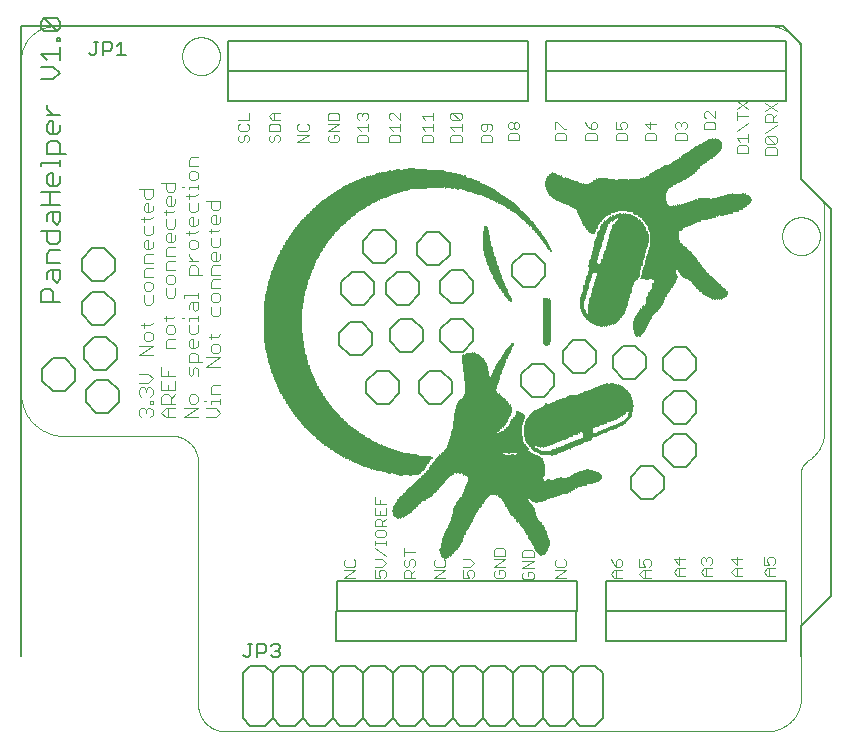
<source format=gto>
G75*
%MOIN*%
%OFA0B0*%
%FSLAX25Y25*%
%IPPOS*%
%LPD*%
%AMOC8*
5,1,8,0,0,1.08239X$1,22.5*
%
%ADD10C,0.00000*%
%ADD11C,0.00600*%
%ADD12C,0.00400*%
%ADD13C,0.00300*%
%ADD14C,0.00500*%
%ADD15R,0.00200X0.00400*%
%ADD16R,0.00200X0.01800*%
%ADD17R,0.00200X0.02200*%
%ADD18R,0.00200X0.02800*%
%ADD19R,0.00200X0.03000*%
%ADD20R,0.00200X0.03200*%
%ADD21R,0.00200X0.03600*%
%ADD22R,0.00200X0.04200*%
%ADD23R,0.00200X0.04400*%
%ADD24R,0.00200X0.04600*%
%ADD25R,0.00200X0.04800*%
%ADD26R,0.00200X0.05000*%
%ADD27R,0.00200X0.05200*%
%ADD28R,0.00200X0.05400*%
%ADD29R,0.00200X0.05600*%
%ADD30R,0.00200X0.05800*%
%ADD31R,0.00200X0.06000*%
%ADD32R,0.00200X0.06200*%
%ADD33R,0.00200X0.06400*%
%ADD34R,0.00200X0.06600*%
%ADD35R,0.00200X0.01200*%
%ADD36R,0.00200X0.01400*%
%ADD37R,0.00200X0.02400*%
%ADD38R,0.00200X0.06800*%
%ADD39R,0.00200X0.03400*%
%ADD40R,0.00200X0.04000*%
%ADD41R,0.00200X0.02000*%
%ADD42R,0.00200X0.07000*%
%ADD43R,0.00200X0.07200*%
%ADD44R,0.00200X0.07400*%
%ADD45R,0.00200X0.07600*%
%ADD46R,0.00200X0.07800*%
%ADD47R,0.00200X0.08000*%
%ADD48R,0.00200X0.08200*%
%ADD49R,0.00200X0.08600*%
%ADD50R,0.00200X0.08400*%
%ADD51R,0.00200X0.08800*%
%ADD52R,0.00200X0.09000*%
%ADD53R,0.00200X0.09200*%
%ADD54R,0.00200X0.09400*%
%ADD55R,0.00200X0.09600*%
%ADD56R,0.00200X0.10000*%
%ADD57R,0.00200X0.09800*%
%ADD58R,0.00200X0.10200*%
%ADD59R,0.00200X0.10400*%
%ADD60R,0.00200X0.10600*%
%ADD61R,0.00200X0.10800*%
%ADD62R,0.00200X0.11000*%
%ADD63R,0.00200X0.11400*%
%ADD64R,0.00200X0.22200*%
%ADD65R,0.00200X0.00600*%
%ADD66R,0.00200X0.21800*%
%ADD67R,0.00200X0.21600*%
%ADD68R,0.00200X0.21400*%
%ADD69R,0.00200X0.25800*%
%ADD70R,0.00200X0.26200*%
%ADD71R,0.00200X0.26400*%
%ADD72R,0.00200X0.26800*%
%ADD73R,0.00200X0.27200*%
%ADD74R,0.00200X0.27400*%
%ADD75R,0.00200X0.27600*%
%ADD76R,0.00200X0.28000*%
%ADD77R,0.00200X0.28200*%
%ADD78R,0.00200X0.28600*%
%ADD79R,0.00200X0.29200*%
%ADD80R,0.00200X0.29800*%
%ADD81R,0.00200X0.11600*%
%ADD82R,0.00200X0.18600*%
%ADD83R,0.00200X0.32000*%
%ADD84R,0.00200X0.44200*%
%ADD85R,0.00200X0.13400*%
%ADD86R,0.00200X0.30400*%
%ADD87R,0.00200X0.44400*%
%ADD88R,0.00200X0.45400*%
%ADD89R,0.00200X0.45600*%
%ADD90R,0.00200X0.46000*%
%ADD91R,0.00200X0.46200*%
%ADD92R,0.00200X0.46400*%
%ADD93R,0.00200X0.46600*%
%ADD94R,0.00200X0.46800*%
%ADD95R,0.00200X0.47000*%
%ADD96R,0.00200X0.47200*%
%ADD97R,0.00200X0.47400*%
%ADD98R,0.00200X0.47600*%
%ADD99R,0.00200X0.36400*%
%ADD100R,0.00200X0.36000*%
%ADD101R,0.00200X0.35800*%
%ADD102R,0.00200X0.35600*%
%ADD103R,0.00200X0.35200*%
%ADD104R,0.00200X0.19200*%
%ADD105R,0.00200X0.17800*%
%ADD106R,0.00200X0.17600*%
%ADD107R,0.00200X0.16600*%
%ADD108R,0.00200X0.16200*%
%ADD109R,0.00200X0.16000*%
%ADD110R,0.00200X0.15400*%
%ADD111R,0.00200X0.15000*%
%ADD112R,0.00200X0.14600*%
%ADD113R,0.00200X0.14400*%
%ADD114R,0.00200X0.11800*%
%ADD115R,0.00200X0.14200*%
%ADD116R,0.00200X0.12800*%
%ADD117R,0.00200X0.14000*%
%ADD118R,0.00200X0.13600*%
%ADD119R,0.00200X0.14800*%
%ADD120R,0.00200X0.00200*%
%ADD121R,0.00200X0.16400*%
%ADD122R,0.00200X0.13200*%
%ADD123R,0.00200X0.17200*%
%ADD124R,0.00200X0.12600*%
%ADD125R,0.00200X0.19400*%
%ADD126R,0.00200X0.20200*%
%ADD127R,0.00200X0.12200*%
%ADD128R,0.00200X0.20400*%
%ADD129R,0.00200X0.21000*%
%ADD130R,0.00200X0.12000*%
%ADD131R,0.00200X0.22600*%
%ADD132R,0.00200X0.00800*%
%ADD133R,0.00200X0.23000*%
%ADD134R,0.00200X0.11200*%
%ADD135R,0.00200X0.03800*%
%ADD136R,0.00200X0.24000*%
%ADD137R,0.00200X0.25000*%
%ADD138R,0.00200X0.26000*%
%ADD139R,0.00200X0.27800*%
%ADD140R,0.00200X0.01600*%
%ADD141R,0.00200X0.29000*%
%ADD142R,0.00200X0.29600*%
%ADD143R,0.00200X0.31200*%
%ADD144R,0.00200X0.32400*%
%ADD145R,0.00200X0.32800*%
%ADD146R,0.00200X0.33400*%
%ADD147R,0.00200X0.33800*%
%ADD148R,0.00200X0.34200*%
%ADD149R,0.00200X0.34600*%
%ADD150R,0.00200X0.34800*%
%ADD151R,0.00200X0.35000*%
%ADD152R,0.00200X0.01000*%
%ADD153R,0.00200X0.35400*%
%ADD154R,0.00200X0.33600*%
%ADD155R,0.00200X0.12400*%
%ADD156R,0.00200X0.33200*%
%ADD157R,0.00200X0.33000*%
%ADD158R,0.00200X0.32200*%
%ADD159R,0.00200X0.30800*%
%ADD160R,0.00200X0.29400*%
%ADD161R,0.00200X0.28800*%
%ADD162R,0.00200X0.13000*%
%ADD163R,0.00200X0.26600*%
%ADD164R,0.00200X0.25600*%
%ADD165R,0.00200X0.25200*%
%ADD166R,0.00200X0.24800*%
%ADD167R,0.00200X0.24200*%
%ADD168R,0.00200X0.23600*%
%ADD169R,0.00200X0.13800*%
%ADD170R,0.00200X0.22400*%
%ADD171R,0.00200X0.21200*%
%ADD172R,0.00200X0.02600*%
%ADD173R,0.00200X0.15200*%
%ADD174R,0.00200X0.15600*%
%ADD175R,0.00200X0.16800*%
%ADD176R,0.00200X0.17000*%
%ADD177R,0.00200X0.17400*%
%ADD178R,0.00200X0.18000*%
%ADD179R,0.00200X0.15800*%
%ADD180R,0.00200X0.30600*%
%ADD181R,0.00200X0.38000*%
%ADD182R,0.00200X0.37800*%
%ADD183R,0.00200X0.37600*%
%ADD184R,0.00200X0.37400*%
%ADD185R,0.00200X0.37200*%
%ADD186R,0.00200X0.37000*%
%ADD187R,0.00200X0.22800*%
%ADD188R,0.00200X0.20800*%
%ADD189R,0.00200X0.19800*%
%ADD190R,0.00200X0.18800*%
%ADD191R,0.00200X0.22000*%
%ADD192R,0.00200X0.34400*%
%ADD193R,0.00200X0.42200*%
%ADD194R,0.00200X0.41800*%
%ADD195R,0.00200X0.41400*%
%ADD196R,0.00200X0.41200*%
%ADD197R,0.00200X0.40400*%
%ADD198R,0.00200X0.40000*%
%ADD199R,0.00200X0.39600*%
%ADD200R,0.00200X0.40200*%
%ADD201R,0.00200X0.42400*%
%ADD202R,0.00200X0.43800*%
%ADD203R,0.00200X0.44600*%
%ADD204R,0.00200X0.45200*%
%ADD205R,0.00200X0.48400*%
%ADD206R,0.00200X0.48800*%
%ADD207R,0.00200X0.49200*%
%ADD208R,0.00200X0.49800*%
%ADD209R,0.00200X0.50000*%
%ADD210R,0.00200X0.50800*%
%ADD211R,0.00200X0.51000*%
%ADD212R,0.00200X0.51200*%
%ADD213R,0.00200X0.51800*%
%ADD214R,0.00200X0.52400*%
%ADD215R,0.00200X0.52600*%
%ADD216R,0.00200X0.53000*%
%ADD217R,0.00200X0.53600*%
%ADD218R,0.00200X0.53800*%
%ADD219R,0.00200X0.54600*%
%ADD220R,0.00200X0.55000*%
%ADD221R,0.00200X0.55600*%
%ADD222R,0.00200X0.56400*%
%ADD223R,0.00200X0.56600*%
%ADD224R,0.00200X0.56800*%
%ADD225R,0.00200X0.57200*%
%ADD226R,0.00200X0.57400*%
%ADD227R,0.00200X0.57800*%
%ADD228R,0.00200X0.58000*%
%ADD229R,0.00200X0.58600*%
%ADD230R,0.00200X0.41600*%
%ADD231R,0.00200X0.41000*%
%ADD232R,0.00200X0.40800*%
%ADD233R,0.00200X0.40600*%
%ADD234R,0.00200X0.27000*%
%ADD235R,0.00200X0.25400*%
%ADD236R,0.00200X0.24600*%
%ADD237R,0.00200X0.24400*%
%ADD238R,0.00200X0.18200*%
%ADD239R,0.00200X0.18400*%
%ADD240R,0.00200X0.20000*%
%ADD241R,0.00200X0.20600*%
%ADD242R,0.00200X0.23400*%
%ADD243R,0.00200X0.23200*%
%ADD244R,0.00200X0.67600*%
%ADD245R,0.00200X0.67000*%
%ADD246R,0.00200X0.66600*%
%ADD247R,0.00200X0.65800*%
%ADD248R,0.00200X0.65600*%
%ADD249R,0.00200X0.64800*%
%ADD250R,0.00200X0.64200*%
%ADD251R,0.00200X0.63600*%
%ADD252R,0.00200X0.63200*%
%ADD253R,0.00200X0.62600*%
%ADD254R,0.00200X0.62000*%
%ADD255R,0.00200X0.61400*%
%ADD256R,0.00200X0.61200*%
%ADD257R,0.00200X0.60200*%
%ADD258R,0.00200X0.60000*%
%ADD259R,0.00200X0.59600*%
%ADD260R,0.00200X0.58200*%
%ADD261R,0.00200X0.57600*%
%ADD262R,0.00200X0.56000*%
%ADD263R,0.00200X0.54800*%
%ADD264R,0.00200X0.54000*%
%ADD265R,0.00200X0.51400*%
%ADD266R,0.00200X0.50400*%
%ADD267R,0.00200X0.49600*%
%ADD268R,0.00200X0.48600*%
%ADD269R,0.00200X0.48200*%
%ADD270R,0.00200X0.47800*%
%ADD271R,0.00200X0.45000*%
%ADD272R,0.00200X0.43200*%
%ADD273R,0.00200X0.42800*%
%ADD274R,0.00200X0.38800*%
%ADD275R,0.00200X0.38200*%
%ADD276R,0.00200X0.36800*%
%ADD277R,0.00200X0.28400*%
D10*
X0064055Y0010103D02*
X0064055Y0090922D01*
X0064052Y0091135D01*
X0064045Y0091347D01*
X0064032Y0091560D01*
X0064014Y0091772D01*
X0063991Y0091983D01*
X0063963Y0092194D01*
X0063929Y0092404D01*
X0063891Y0092613D01*
X0063848Y0092822D01*
X0063799Y0093029D01*
X0063746Y0093235D01*
X0063687Y0093439D01*
X0063624Y0093642D01*
X0063556Y0093844D01*
X0063483Y0094044D01*
X0063405Y0094242D01*
X0063323Y0094438D01*
X0063235Y0094632D01*
X0063143Y0094823D01*
X0063047Y0095013D01*
X0062946Y0095200D01*
X0062840Y0095385D01*
X0062730Y0095567D01*
X0062615Y0095746D01*
X0062497Y0095923D01*
X0062374Y0096096D01*
X0062247Y0096267D01*
X0062115Y0096434D01*
X0061980Y0096599D01*
X0061841Y0096759D01*
X0061698Y0096917D01*
X0061551Y0097071D01*
X0061401Y0097221D01*
X0061247Y0097368D01*
X0061089Y0097511D01*
X0060929Y0097650D01*
X0060764Y0097785D01*
X0060597Y0097917D01*
X0060426Y0098044D01*
X0060253Y0098167D01*
X0060076Y0098285D01*
X0059897Y0098400D01*
X0059715Y0098510D01*
X0059530Y0098616D01*
X0059343Y0098717D01*
X0059153Y0098813D01*
X0058962Y0098905D01*
X0058768Y0098993D01*
X0058572Y0099075D01*
X0058374Y0099153D01*
X0058174Y0099226D01*
X0057972Y0099294D01*
X0057769Y0099357D01*
X0057565Y0099416D01*
X0057359Y0099469D01*
X0057152Y0099518D01*
X0056943Y0099561D01*
X0056734Y0099599D01*
X0056524Y0099633D01*
X0056313Y0099661D01*
X0056102Y0099684D01*
X0055890Y0099702D01*
X0055677Y0099715D01*
X0055465Y0099722D01*
X0055252Y0099725D01*
X0019195Y0099725D01*
X0018852Y0099729D01*
X0018509Y0099742D01*
X0018167Y0099762D01*
X0017825Y0099791D01*
X0017484Y0099828D01*
X0017144Y0099874D01*
X0016805Y0099928D01*
X0016468Y0099989D01*
X0016132Y0100059D01*
X0015798Y0100137D01*
X0015466Y0100224D01*
X0015136Y0100318D01*
X0014809Y0100420D01*
X0014484Y0100530D01*
X0014161Y0100647D01*
X0013842Y0100773D01*
X0013526Y0100906D01*
X0013213Y0101047D01*
X0012904Y0101195D01*
X0012598Y0101351D01*
X0012296Y0101514D01*
X0011999Y0101684D01*
X0011705Y0101862D01*
X0011416Y0102046D01*
X0011131Y0102238D01*
X0010851Y0102436D01*
X0010576Y0102641D01*
X0010306Y0102853D01*
X0010041Y0103071D01*
X0009782Y0103295D01*
X0009528Y0103525D01*
X0009280Y0103762D01*
X0009037Y0104005D01*
X0008800Y0104253D01*
X0008570Y0104507D01*
X0008346Y0104766D01*
X0008128Y0105031D01*
X0007916Y0105301D01*
X0007711Y0105576D01*
X0007513Y0105856D01*
X0007321Y0106141D01*
X0007137Y0106430D01*
X0006959Y0106724D01*
X0006789Y0107021D01*
X0006626Y0107323D01*
X0006470Y0107629D01*
X0006322Y0107938D01*
X0006181Y0108251D01*
X0006048Y0108567D01*
X0005922Y0108886D01*
X0005805Y0109209D01*
X0005695Y0109534D01*
X0005593Y0109861D01*
X0005499Y0110191D01*
X0005412Y0110523D01*
X0005334Y0110857D01*
X0005264Y0111193D01*
X0005203Y0111530D01*
X0005149Y0111869D01*
X0005103Y0112209D01*
X0005066Y0112550D01*
X0005037Y0112892D01*
X0005017Y0113234D01*
X0005004Y0113577D01*
X0005000Y0113920D01*
X0005000Y0225098D01*
X0005003Y0225368D01*
X0005013Y0225637D01*
X0005029Y0225907D01*
X0005052Y0226175D01*
X0005081Y0226444D01*
X0005117Y0226711D01*
X0005159Y0226977D01*
X0005208Y0227243D01*
X0005263Y0227507D01*
X0005324Y0227769D01*
X0005392Y0228031D01*
X0005466Y0228290D01*
X0005546Y0228548D01*
X0005633Y0228803D01*
X0005725Y0229056D01*
X0005824Y0229308D01*
X0005929Y0229556D01*
X0006040Y0229802D01*
X0006156Y0230045D01*
X0006279Y0230286D01*
X0006407Y0230523D01*
X0006541Y0230757D01*
X0006680Y0230988D01*
X0006825Y0231215D01*
X0006976Y0231439D01*
X0007132Y0231659D01*
X0007293Y0231876D01*
X0007459Y0232088D01*
X0007631Y0232296D01*
X0007807Y0232500D01*
X0007989Y0232700D01*
X0008175Y0232895D01*
X0008366Y0233086D01*
X0008561Y0233272D01*
X0008761Y0233454D01*
X0008965Y0233630D01*
X0009173Y0233802D01*
X0009385Y0233968D01*
X0009602Y0234129D01*
X0009822Y0234285D01*
X0010046Y0234436D01*
X0010273Y0234581D01*
X0010504Y0234720D01*
X0010738Y0234854D01*
X0010975Y0234982D01*
X0011216Y0235105D01*
X0011459Y0235221D01*
X0011705Y0235332D01*
X0011953Y0235437D01*
X0012205Y0235536D01*
X0012458Y0235628D01*
X0012713Y0235715D01*
X0012971Y0235795D01*
X0013230Y0235869D01*
X0013492Y0235937D01*
X0013754Y0235998D01*
X0014018Y0236053D01*
X0014284Y0236102D01*
X0014550Y0236144D01*
X0014817Y0236180D01*
X0015086Y0236209D01*
X0015354Y0236232D01*
X0015624Y0236248D01*
X0015893Y0236258D01*
X0016163Y0236261D01*
X0254763Y0236261D01*
X0262006Y0233275D02*
X0263110Y0232178D01*
X0265000Y0227635D02*
X0265000Y0185714D01*
X0265293Y0185007D02*
X0271217Y0179158D01*
X0272717Y0175571D02*
X0272717Y0101174D01*
X0272714Y0100903D01*
X0272704Y0100632D01*
X0272687Y0100361D01*
X0272664Y0100091D01*
X0272635Y0099822D01*
X0272598Y0099553D01*
X0272556Y0099285D01*
X0272506Y0099018D01*
X0272451Y0098753D01*
X0272388Y0098489D01*
X0272320Y0098227D01*
X0272245Y0097966D01*
X0272164Y0097707D01*
X0272076Y0097451D01*
X0271982Y0097196D01*
X0271882Y0096944D01*
X0271776Y0096695D01*
X0271664Y0096448D01*
X0271546Y0096204D01*
X0271422Y0095963D01*
X0271292Y0095724D01*
X0271157Y0095490D01*
X0271016Y0095258D01*
X0270869Y0095030D01*
X0270716Y0094806D01*
X0270559Y0094585D01*
X0270396Y0094369D01*
X0270227Y0094156D01*
X0270054Y0093948D01*
X0269875Y0093743D01*
X0269692Y0093544D01*
X0269504Y0093348D01*
X0269311Y0093158D01*
X0269114Y0092972D01*
X0268912Y0092791D01*
X0268705Y0092615D01*
X0268495Y0092444D01*
X0266956Y0091226D01*
X0264843Y0086856D02*
X0264843Y0033371D01*
X0265000Y0012547D01*
X0264997Y0012275D01*
X0264987Y0012004D01*
X0264970Y0011732D01*
X0264947Y0011462D01*
X0264918Y0011191D01*
X0264882Y0010922D01*
X0264839Y0010653D01*
X0264790Y0010386D01*
X0264735Y0010120D01*
X0264673Y0009855D01*
X0264605Y0009592D01*
X0264530Y0009331D01*
X0264450Y0009071D01*
X0264362Y0008814D01*
X0264269Y0008559D01*
X0264170Y0008306D01*
X0264064Y0008055D01*
X0263953Y0007808D01*
X0263835Y0007562D01*
X0263712Y0007320D01*
X0263583Y0007081D01*
X0263448Y0006845D01*
X0263307Y0006613D01*
X0263161Y0006384D01*
X0263009Y0006158D01*
X0262852Y0005936D01*
X0262690Y0005718D01*
X0262522Y0005504D01*
X0262349Y0005294D01*
X0262172Y0005089D01*
X0261989Y0004888D01*
X0261801Y0004691D01*
X0261609Y0004499D01*
X0261412Y0004311D01*
X0261211Y0004128D01*
X0261006Y0003951D01*
X0260796Y0003778D01*
X0260582Y0003610D01*
X0260364Y0003448D01*
X0260142Y0003291D01*
X0259916Y0003139D01*
X0259687Y0002993D01*
X0259455Y0002852D01*
X0259219Y0002717D01*
X0258980Y0002588D01*
X0258738Y0002465D01*
X0258492Y0002347D01*
X0258245Y0002236D01*
X0257994Y0002130D01*
X0257741Y0002031D01*
X0257486Y0001938D01*
X0257229Y0001850D01*
X0256969Y0001770D01*
X0256708Y0001695D01*
X0256445Y0001627D01*
X0256180Y0001565D01*
X0255914Y0001510D01*
X0255647Y0001461D01*
X0255378Y0001418D01*
X0255109Y0001382D01*
X0254838Y0001353D01*
X0254568Y0001330D01*
X0254296Y0001313D01*
X0254025Y0001303D01*
X0253753Y0001300D01*
X0072859Y0001300D01*
X0072646Y0001303D01*
X0072434Y0001310D01*
X0072221Y0001323D01*
X0072009Y0001341D01*
X0071798Y0001364D01*
X0071587Y0001392D01*
X0071377Y0001426D01*
X0071168Y0001464D01*
X0070959Y0001507D01*
X0070752Y0001556D01*
X0070546Y0001609D01*
X0070342Y0001668D01*
X0070139Y0001731D01*
X0069937Y0001799D01*
X0069737Y0001872D01*
X0069539Y0001950D01*
X0069343Y0002032D01*
X0069149Y0002120D01*
X0068958Y0002212D01*
X0068768Y0002308D01*
X0068581Y0002409D01*
X0068396Y0002515D01*
X0068214Y0002625D01*
X0068035Y0002740D01*
X0067858Y0002858D01*
X0067685Y0002981D01*
X0067514Y0003108D01*
X0067347Y0003240D01*
X0067182Y0003375D01*
X0067022Y0003514D01*
X0066864Y0003657D01*
X0066710Y0003804D01*
X0066560Y0003954D01*
X0066413Y0004108D01*
X0066270Y0004266D01*
X0066131Y0004426D01*
X0065996Y0004591D01*
X0065864Y0004758D01*
X0065737Y0004929D01*
X0065614Y0005102D01*
X0065496Y0005279D01*
X0065381Y0005458D01*
X0065271Y0005640D01*
X0065165Y0005825D01*
X0065064Y0006012D01*
X0064968Y0006202D01*
X0064876Y0006393D01*
X0064788Y0006587D01*
X0064706Y0006783D01*
X0064628Y0006981D01*
X0064555Y0007181D01*
X0064487Y0007383D01*
X0064424Y0007586D01*
X0064365Y0007790D01*
X0064312Y0007996D01*
X0064263Y0008203D01*
X0064220Y0008412D01*
X0064182Y0008621D01*
X0064148Y0008831D01*
X0064120Y0009042D01*
X0064097Y0009253D01*
X0064079Y0009465D01*
X0064066Y0009678D01*
X0064059Y0009890D01*
X0064056Y0010103D01*
X0264843Y0086856D02*
X0264845Y0087004D01*
X0264851Y0087151D01*
X0264861Y0087299D01*
X0264874Y0087446D01*
X0264892Y0087593D01*
X0264913Y0087739D01*
X0264939Y0087884D01*
X0264968Y0088029D01*
X0265001Y0088173D01*
X0265038Y0088316D01*
X0265078Y0088458D01*
X0265122Y0088599D01*
X0265171Y0088739D01*
X0265222Y0088877D01*
X0265278Y0089014D01*
X0265337Y0089150D01*
X0265399Y0089283D01*
X0265465Y0089415D01*
X0265535Y0089546D01*
X0265608Y0089674D01*
X0265684Y0089801D01*
X0265764Y0089925D01*
X0265847Y0090047D01*
X0265933Y0090167D01*
X0266022Y0090285D01*
X0266115Y0090400D01*
X0266210Y0090513D01*
X0266308Y0090623D01*
X0266410Y0090731D01*
X0266514Y0090836D01*
X0266621Y0090938D01*
X0266730Y0091037D01*
X0266842Y0091133D01*
X0266957Y0091226D01*
X0258700Y0166300D02*
X0258702Y0166458D01*
X0258708Y0166617D01*
X0258718Y0166775D01*
X0258732Y0166932D01*
X0258750Y0167090D01*
X0258771Y0167246D01*
X0258797Y0167403D01*
X0258827Y0167558D01*
X0258860Y0167713D01*
X0258898Y0167867D01*
X0258939Y0168020D01*
X0258984Y0168171D01*
X0259033Y0168322D01*
X0259086Y0168471D01*
X0259142Y0168619D01*
X0259203Y0168766D01*
X0259266Y0168911D01*
X0259334Y0169054D01*
X0259405Y0169195D01*
X0259479Y0169335D01*
X0259557Y0169473D01*
X0259639Y0169609D01*
X0259724Y0169742D01*
X0259812Y0169874D01*
X0259903Y0170003D01*
X0259998Y0170130D01*
X0260096Y0170254D01*
X0260197Y0170376D01*
X0260301Y0170496D01*
X0260407Y0170613D01*
X0260517Y0170727D01*
X0260630Y0170838D01*
X0260745Y0170946D01*
X0260864Y0171052D01*
X0260984Y0171154D01*
X0261107Y0171254D01*
X0261233Y0171350D01*
X0261361Y0171443D01*
X0261492Y0171533D01*
X0261624Y0171619D01*
X0261759Y0171702D01*
X0261896Y0171782D01*
X0262035Y0171858D01*
X0262175Y0171931D01*
X0262318Y0172000D01*
X0262462Y0172066D01*
X0262607Y0172128D01*
X0262755Y0172186D01*
X0262903Y0172241D01*
X0263053Y0172292D01*
X0263204Y0172339D01*
X0263357Y0172382D01*
X0263510Y0172421D01*
X0263664Y0172457D01*
X0263819Y0172488D01*
X0263975Y0172516D01*
X0264132Y0172540D01*
X0264289Y0172560D01*
X0264447Y0172576D01*
X0264604Y0172588D01*
X0264763Y0172596D01*
X0264921Y0172600D01*
X0265079Y0172600D01*
X0265237Y0172596D01*
X0265396Y0172588D01*
X0265553Y0172576D01*
X0265711Y0172560D01*
X0265868Y0172540D01*
X0266025Y0172516D01*
X0266181Y0172488D01*
X0266336Y0172457D01*
X0266490Y0172421D01*
X0266643Y0172382D01*
X0266796Y0172339D01*
X0266947Y0172292D01*
X0267097Y0172241D01*
X0267245Y0172186D01*
X0267393Y0172128D01*
X0267538Y0172066D01*
X0267682Y0172000D01*
X0267825Y0171931D01*
X0267965Y0171858D01*
X0268104Y0171782D01*
X0268241Y0171702D01*
X0268376Y0171619D01*
X0268508Y0171533D01*
X0268639Y0171443D01*
X0268767Y0171350D01*
X0268893Y0171254D01*
X0269016Y0171154D01*
X0269136Y0171052D01*
X0269255Y0170946D01*
X0269370Y0170838D01*
X0269483Y0170727D01*
X0269593Y0170613D01*
X0269699Y0170496D01*
X0269803Y0170376D01*
X0269904Y0170254D01*
X0270002Y0170130D01*
X0270097Y0170003D01*
X0270188Y0169874D01*
X0270276Y0169742D01*
X0270361Y0169609D01*
X0270443Y0169473D01*
X0270521Y0169335D01*
X0270595Y0169195D01*
X0270666Y0169054D01*
X0270734Y0168911D01*
X0270797Y0168766D01*
X0270858Y0168619D01*
X0270914Y0168471D01*
X0270967Y0168322D01*
X0271016Y0168171D01*
X0271061Y0168020D01*
X0271102Y0167867D01*
X0271140Y0167713D01*
X0271173Y0167558D01*
X0271203Y0167403D01*
X0271229Y0167246D01*
X0271250Y0167090D01*
X0271268Y0166932D01*
X0271282Y0166775D01*
X0271292Y0166617D01*
X0271298Y0166458D01*
X0271300Y0166300D01*
X0271298Y0166142D01*
X0271292Y0165983D01*
X0271282Y0165825D01*
X0271268Y0165668D01*
X0271250Y0165510D01*
X0271229Y0165354D01*
X0271203Y0165197D01*
X0271173Y0165042D01*
X0271140Y0164887D01*
X0271102Y0164733D01*
X0271061Y0164580D01*
X0271016Y0164429D01*
X0270967Y0164278D01*
X0270914Y0164129D01*
X0270858Y0163981D01*
X0270797Y0163834D01*
X0270734Y0163689D01*
X0270666Y0163546D01*
X0270595Y0163405D01*
X0270521Y0163265D01*
X0270443Y0163127D01*
X0270361Y0162991D01*
X0270276Y0162858D01*
X0270188Y0162726D01*
X0270097Y0162597D01*
X0270002Y0162470D01*
X0269904Y0162346D01*
X0269803Y0162224D01*
X0269699Y0162104D01*
X0269593Y0161987D01*
X0269483Y0161873D01*
X0269370Y0161762D01*
X0269255Y0161654D01*
X0269136Y0161548D01*
X0269016Y0161446D01*
X0268893Y0161346D01*
X0268767Y0161250D01*
X0268639Y0161157D01*
X0268508Y0161067D01*
X0268376Y0160981D01*
X0268241Y0160898D01*
X0268104Y0160818D01*
X0267965Y0160742D01*
X0267825Y0160669D01*
X0267682Y0160600D01*
X0267538Y0160534D01*
X0267393Y0160472D01*
X0267245Y0160414D01*
X0267097Y0160359D01*
X0266947Y0160308D01*
X0266796Y0160261D01*
X0266643Y0160218D01*
X0266490Y0160179D01*
X0266336Y0160143D01*
X0266181Y0160112D01*
X0266025Y0160084D01*
X0265868Y0160060D01*
X0265711Y0160040D01*
X0265553Y0160024D01*
X0265396Y0160012D01*
X0265237Y0160004D01*
X0265079Y0160000D01*
X0264921Y0160000D01*
X0264763Y0160004D01*
X0264604Y0160012D01*
X0264447Y0160024D01*
X0264289Y0160040D01*
X0264132Y0160060D01*
X0263975Y0160084D01*
X0263819Y0160112D01*
X0263664Y0160143D01*
X0263510Y0160179D01*
X0263357Y0160218D01*
X0263204Y0160261D01*
X0263053Y0160308D01*
X0262903Y0160359D01*
X0262755Y0160414D01*
X0262607Y0160472D01*
X0262462Y0160534D01*
X0262318Y0160600D01*
X0262175Y0160669D01*
X0262035Y0160742D01*
X0261896Y0160818D01*
X0261759Y0160898D01*
X0261624Y0160981D01*
X0261492Y0161067D01*
X0261361Y0161157D01*
X0261233Y0161250D01*
X0261107Y0161346D01*
X0260984Y0161446D01*
X0260864Y0161548D01*
X0260745Y0161654D01*
X0260630Y0161762D01*
X0260517Y0161873D01*
X0260407Y0161987D01*
X0260301Y0162104D01*
X0260197Y0162224D01*
X0260096Y0162346D01*
X0259998Y0162470D01*
X0259903Y0162597D01*
X0259812Y0162726D01*
X0259724Y0162858D01*
X0259639Y0162991D01*
X0259557Y0163127D01*
X0259479Y0163265D01*
X0259405Y0163405D01*
X0259334Y0163546D01*
X0259266Y0163689D01*
X0259203Y0163834D01*
X0259142Y0163981D01*
X0259086Y0164129D01*
X0259033Y0164278D01*
X0258984Y0164429D01*
X0258939Y0164580D01*
X0258898Y0164733D01*
X0258860Y0164887D01*
X0258827Y0165042D01*
X0258797Y0165197D01*
X0258771Y0165354D01*
X0258750Y0165510D01*
X0258732Y0165668D01*
X0258718Y0165825D01*
X0258708Y0165983D01*
X0258702Y0166142D01*
X0258700Y0166300D01*
X0272717Y0175571D02*
X0272715Y0175709D01*
X0272709Y0175846D01*
X0272700Y0175984D01*
X0272687Y0176121D01*
X0272670Y0176257D01*
X0272649Y0176393D01*
X0272625Y0176529D01*
X0272597Y0176664D01*
X0272566Y0176798D01*
X0272530Y0176931D01*
X0272491Y0177063D01*
X0272449Y0177194D01*
X0272403Y0177323D01*
X0272353Y0177452D01*
X0272300Y0177579D01*
X0272243Y0177704D01*
X0272184Y0177828D01*
X0272120Y0177950D01*
X0272054Y0178071D01*
X0271984Y0178189D01*
X0271911Y0178306D01*
X0271834Y0178421D01*
X0271755Y0178533D01*
X0271673Y0178644D01*
X0271587Y0178752D01*
X0271499Y0178857D01*
X0271408Y0178960D01*
X0271314Y0179061D01*
X0271217Y0179159D01*
X0265293Y0185007D02*
X0265251Y0185051D01*
X0265213Y0185097D01*
X0265177Y0185146D01*
X0265144Y0185197D01*
X0265115Y0185249D01*
X0265088Y0185304D01*
X0265065Y0185359D01*
X0265045Y0185416D01*
X0265029Y0185475D01*
X0265016Y0185534D01*
X0265007Y0185593D01*
X0265002Y0185654D01*
X0265000Y0185714D01*
X0262006Y0233275D02*
X0261826Y0233450D01*
X0261641Y0233620D01*
X0261452Y0233786D01*
X0261260Y0233947D01*
X0261063Y0234103D01*
X0260863Y0234255D01*
X0260659Y0234402D01*
X0260451Y0234543D01*
X0260241Y0234680D01*
X0260026Y0234811D01*
X0259809Y0234937D01*
X0259589Y0235057D01*
X0259366Y0235173D01*
X0259140Y0235282D01*
X0258911Y0235387D01*
X0258680Y0235485D01*
X0258447Y0235578D01*
X0258211Y0235665D01*
X0257974Y0235747D01*
X0257734Y0235822D01*
X0257493Y0235892D01*
X0257250Y0235956D01*
X0257005Y0236013D01*
X0256760Y0236065D01*
X0256513Y0236111D01*
X0256265Y0236151D01*
X0256016Y0236184D01*
X0255766Y0236212D01*
X0255516Y0236233D01*
X0255265Y0236249D01*
X0255014Y0236258D01*
X0254763Y0236261D01*
X0263110Y0232177D02*
X0263220Y0232065D01*
X0263328Y0231950D01*
X0263433Y0231832D01*
X0263535Y0231711D01*
X0263634Y0231588D01*
X0263730Y0231463D01*
X0263822Y0231335D01*
X0263912Y0231205D01*
X0263998Y0231073D01*
X0264082Y0230939D01*
X0264161Y0230803D01*
X0264238Y0230665D01*
X0264311Y0230525D01*
X0264380Y0230383D01*
X0264446Y0230240D01*
X0264509Y0230095D01*
X0264567Y0229949D01*
X0264623Y0229801D01*
X0264674Y0229652D01*
X0264722Y0229501D01*
X0264766Y0229350D01*
X0264807Y0229197D01*
X0264843Y0229044D01*
X0264876Y0228889D01*
X0264905Y0228734D01*
X0264930Y0228578D01*
X0264951Y0228422D01*
X0264969Y0228265D01*
X0264983Y0228108D01*
X0264992Y0227950D01*
X0264998Y0227793D01*
X0265000Y0227635D01*
X0058700Y0226300D02*
X0058702Y0226458D01*
X0058708Y0226617D01*
X0058718Y0226775D01*
X0058732Y0226932D01*
X0058750Y0227090D01*
X0058771Y0227246D01*
X0058797Y0227403D01*
X0058827Y0227558D01*
X0058860Y0227713D01*
X0058898Y0227867D01*
X0058939Y0228020D01*
X0058984Y0228171D01*
X0059033Y0228322D01*
X0059086Y0228471D01*
X0059142Y0228619D01*
X0059203Y0228766D01*
X0059266Y0228911D01*
X0059334Y0229054D01*
X0059405Y0229195D01*
X0059479Y0229335D01*
X0059557Y0229473D01*
X0059639Y0229609D01*
X0059724Y0229742D01*
X0059812Y0229874D01*
X0059903Y0230003D01*
X0059998Y0230130D01*
X0060096Y0230254D01*
X0060197Y0230376D01*
X0060301Y0230496D01*
X0060407Y0230613D01*
X0060517Y0230727D01*
X0060630Y0230838D01*
X0060745Y0230946D01*
X0060864Y0231052D01*
X0060984Y0231154D01*
X0061107Y0231254D01*
X0061233Y0231350D01*
X0061361Y0231443D01*
X0061492Y0231533D01*
X0061624Y0231619D01*
X0061759Y0231702D01*
X0061896Y0231782D01*
X0062035Y0231858D01*
X0062175Y0231931D01*
X0062318Y0232000D01*
X0062462Y0232066D01*
X0062607Y0232128D01*
X0062755Y0232186D01*
X0062903Y0232241D01*
X0063053Y0232292D01*
X0063204Y0232339D01*
X0063357Y0232382D01*
X0063510Y0232421D01*
X0063664Y0232457D01*
X0063819Y0232488D01*
X0063975Y0232516D01*
X0064132Y0232540D01*
X0064289Y0232560D01*
X0064447Y0232576D01*
X0064604Y0232588D01*
X0064763Y0232596D01*
X0064921Y0232600D01*
X0065079Y0232600D01*
X0065237Y0232596D01*
X0065396Y0232588D01*
X0065553Y0232576D01*
X0065711Y0232560D01*
X0065868Y0232540D01*
X0066025Y0232516D01*
X0066181Y0232488D01*
X0066336Y0232457D01*
X0066490Y0232421D01*
X0066643Y0232382D01*
X0066796Y0232339D01*
X0066947Y0232292D01*
X0067097Y0232241D01*
X0067245Y0232186D01*
X0067393Y0232128D01*
X0067538Y0232066D01*
X0067682Y0232000D01*
X0067825Y0231931D01*
X0067965Y0231858D01*
X0068104Y0231782D01*
X0068241Y0231702D01*
X0068376Y0231619D01*
X0068508Y0231533D01*
X0068639Y0231443D01*
X0068767Y0231350D01*
X0068893Y0231254D01*
X0069016Y0231154D01*
X0069136Y0231052D01*
X0069255Y0230946D01*
X0069370Y0230838D01*
X0069483Y0230727D01*
X0069593Y0230613D01*
X0069699Y0230496D01*
X0069803Y0230376D01*
X0069904Y0230254D01*
X0070002Y0230130D01*
X0070097Y0230003D01*
X0070188Y0229874D01*
X0070276Y0229742D01*
X0070361Y0229609D01*
X0070443Y0229473D01*
X0070521Y0229335D01*
X0070595Y0229195D01*
X0070666Y0229054D01*
X0070734Y0228911D01*
X0070797Y0228766D01*
X0070858Y0228619D01*
X0070914Y0228471D01*
X0070967Y0228322D01*
X0071016Y0228171D01*
X0071061Y0228020D01*
X0071102Y0227867D01*
X0071140Y0227713D01*
X0071173Y0227558D01*
X0071203Y0227403D01*
X0071229Y0227246D01*
X0071250Y0227090D01*
X0071268Y0226932D01*
X0071282Y0226775D01*
X0071292Y0226617D01*
X0071298Y0226458D01*
X0071300Y0226300D01*
X0071298Y0226142D01*
X0071292Y0225983D01*
X0071282Y0225825D01*
X0071268Y0225668D01*
X0071250Y0225510D01*
X0071229Y0225354D01*
X0071203Y0225197D01*
X0071173Y0225042D01*
X0071140Y0224887D01*
X0071102Y0224733D01*
X0071061Y0224580D01*
X0071016Y0224429D01*
X0070967Y0224278D01*
X0070914Y0224129D01*
X0070858Y0223981D01*
X0070797Y0223834D01*
X0070734Y0223689D01*
X0070666Y0223546D01*
X0070595Y0223405D01*
X0070521Y0223265D01*
X0070443Y0223127D01*
X0070361Y0222991D01*
X0070276Y0222858D01*
X0070188Y0222726D01*
X0070097Y0222597D01*
X0070002Y0222470D01*
X0069904Y0222346D01*
X0069803Y0222224D01*
X0069699Y0222104D01*
X0069593Y0221987D01*
X0069483Y0221873D01*
X0069370Y0221762D01*
X0069255Y0221654D01*
X0069136Y0221548D01*
X0069016Y0221446D01*
X0068893Y0221346D01*
X0068767Y0221250D01*
X0068639Y0221157D01*
X0068508Y0221067D01*
X0068376Y0220981D01*
X0068241Y0220898D01*
X0068104Y0220818D01*
X0067965Y0220742D01*
X0067825Y0220669D01*
X0067682Y0220600D01*
X0067538Y0220534D01*
X0067393Y0220472D01*
X0067245Y0220414D01*
X0067097Y0220359D01*
X0066947Y0220308D01*
X0066796Y0220261D01*
X0066643Y0220218D01*
X0066490Y0220179D01*
X0066336Y0220143D01*
X0066181Y0220112D01*
X0066025Y0220084D01*
X0065868Y0220060D01*
X0065711Y0220040D01*
X0065553Y0220024D01*
X0065396Y0220012D01*
X0065237Y0220004D01*
X0065079Y0220000D01*
X0064921Y0220000D01*
X0064763Y0220004D01*
X0064604Y0220012D01*
X0064447Y0220024D01*
X0064289Y0220040D01*
X0064132Y0220060D01*
X0063975Y0220084D01*
X0063819Y0220112D01*
X0063664Y0220143D01*
X0063510Y0220179D01*
X0063357Y0220218D01*
X0063204Y0220261D01*
X0063053Y0220308D01*
X0062903Y0220359D01*
X0062755Y0220414D01*
X0062607Y0220472D01*
X0062462Y0220534D01*
X0062318Y0220600D01*
X0062175Y0220669D01*
X0062035Y0220742D01*
X0061896Y0220818D01*
X0061759Y0220898D01*
X0061624Y0220981D01*
X0061492Y0221067D01*
X0061361Y0221157D01*
X0061233Y0221250D01*
X0061107Y0221346D01*
X0060984Y0221446D01*
X0060864Y0221548D01*
X0060745Y0221654D01*
X0060630Y0221762D01*
X0060517Y0221873D01*
X0060407Y0221987D01*
X0060301Y0222104D01*
X0060197Y0222224D01*
X0060096Y0222346D01*
X0059998Y0222470D01*
X0059903Y0222597D01*
X0059812Y0222726D01*
X0059724Y0222858D01*
X0059639Y0222991D01*
X0059557Y0223127D01*
X0059479Y0223265D01*
X0059405Y0223405D01*
X0059334Y0223546D01*
X0059266Y0223689D01*
X0059203Y0223834D01*
X0059142Y0223981D01*
X0059086Y0224129D01*
X0059033Y0224278D01*
X0058984Y0224429D01*
X0058939Y0224580D01*
X0058898Y0224733D01*
X0058860Y0224887D01*
X0058827Y0225042D01*
X0058797Y0225197D01*
X0058771Y0225354D01*
X0058750Y0225510D01*
X0058732Y0225668D01*
X0058718Y0225825D01*
X0058708Y0225983D01*
X0058702Y0226142D01*
X0058700Y0226300D01*
D11*
X0017900Y0227104D02*
X0011495Y0227104D01*
X0013630Y0224969D01*
X0015765Y0222794D02*
X0011495Y0222794D01*
X0015765Y0222794D02*
X0017900Y0220658D01*
X0015765Y0218523D01*
X0011495Y0218523D01*
X0013630Y0209909D02*
X0013630Y0208842D01*
X0015765Y0206706D01*
X0017900Y0206706D02*
X0013630Y0206706D01*
X0014697Y0204531D02*
X0015765Y0204531D01*
X0015765Y0200261D01*
X0016832Y0200261D02*
X0014697Y0200261D01*
X0013630Y0201329D01*
X0013630Y0203464D01*
X0014697Y0204531D01*
X0017900Y0203464D02*
X0017900Y0201329D01*
X0016832Y0200261D01*
X0016832Y0198086D02*
X0017900Y0197018D01*
X0017900Y0193815D01*
X0020035Y0193815D02*
X0013630Y0193815D01*
X0013630Y0197018D01*
X0014697Y0198086D01*
X0016832Y0198086D01*
X0017900Y0191654D02*
X0017900Y0189518D01*
X0017900Y0190586D02*
X0011495Y0190586D01*
X0011495Y0189518D01*
X0014697Y0187343D02*
X0015765Y0187343D01*
X0015765Y0183073D01*
X0016832Y0183073D02*
X0014697Y0183073D01*
X0013630Y0184141D01*
X0013630Y0186276D01*
X0014697Y0187343D01*
X0017900Y0186276D02*
X0017900Y0184141D01*
X0016832Y0183073D01*
X0017900Y0180898D02*
X0011495Y0180898D01*
X0014697Y0180898D02*
X0014697Y0176627D01*
X0014697Y0174452D02*
X0017900Y0174452D01*
X0017900Y0171250D01*
X0016832Y0170182D01*
X0015765Y0171250D01*
X0015765Y0174452D01*
X0014697Y0174452D02*
X0013630Y0173385D01*
X0013630Y0171250D01*
X0013630Y0168007D02*
X0013630Y0164804D01*
X0014697Y0163736D01*
X0016832Y0163736D01*
X0017900Y0164804D01*
X0017900Y0168007D01*
X0011495Y0168007D01*
X0011495Y0176627D02*
X0017900Y0176627D01*
X0028800Y0162200D02*
X0032800Y0162200D01*
X0036300Y0158700D01*
X0036300Y0154700D01*
X0032800Y0151200D01*
X0028800Y0151200D01*
X0025300Y0154700D01*
X0025300Y0158700D01*
X0028800Y0162200D01*
X0017900Y0161561D02*
X0014697Y0161561D01*
X0013630Y0160494D01*
X0013630Y0157291D01*
X0017900Y0157291D01*
X0017900Y0155116D02*
X0014697Y0155116D01*
X0013630Y0154048D01*
X0013630Y0151913D01*
X0015765Y0151913D02*
X0015765Y0155116D01*
X0017900Y0155116D02*
X0017900Y0151913D01*
X0016832Y0150845D01*
X0015765Y0151913D01*
X0014697Y0148670D02*
X0015765Y0147603D01*
X0015765Y0144400D01*
X0017900Y0144400D02*
X0011495Y0144400D01*
X0011495Y0147603D01*
X0012562Y0148670D01*
X0014697Y0148670D01*
X0025300Y0144300D02*
X0028800Y0147800D01*
X0032800Y0147800D01*
X0036300Y0144300D01*
X0036300Y0140300D01*
X0032800Y0136800D01*
X0028800Y0136800D01*
X0025300Y0140300D01*
X0025300Y0144300D01*
X0029400Y0132800D02*
X0033400Y0132800D01*
X0036900Y0129300D01*
X0036900Y0125300D01*
X0033400Y0121800D01*
X0029400Y0121800D01*
X0025900Y0125300D01*
X0025900Y0129300D01*
X0029400Y0132800D01*
X0019600Y0125600D02*
X0015600Y0125600D01*
X0012100Y0122100D01*
X0012100Y0118100D01*
X0015600Y0114600D01*
X0019600Y0114600D01*
X0023100Y0118100D01*
X0023100Y0122100D01*
X0019600Y0125600D01*
X0030000Y0118400D02*
X0034000Y0118400D01*
X0037500Y0114900D01*
X0037500Y0110900D01*
X0034000Y0107400D01*
X0030000Y0107400D01*
X0026500Y0110900D01*
X0026500Y0114900D01*
X0030000Y0118400D01*
X0111100Y0130100D02*
X0114600Y0126600D01*
X0118600Y0126600D01*
X0122100Y0130100D01*
X0122100Y0134100D01*
X0118600Y0137600D01*
X0114600Y0137600D01*
X0111100Y0134100D01*
X0111100Y0130100D01*
X0120100Y0117900D02*
X0123600Y0121400D01*
X0127600Y0121400D01*
X0131100Y0117900D01*
X0131100Y0113900D01*
X0127600Y0110400D01*
X0123600Y0110400D01*
X0120100Y0113900D01*
X0120100Y0117900D01*
X0131400Y0127800D02*
X0135400Y0127800D01*
X0138900Y0131300D01*
X0138900Y0135300D01*
X0135400Y0138800D01*
X0131400Y0138800D01*
X0127900Y0135300D01*
X0127900Y0131300D01*
X0131400Y0127800D01*
X0141000Y0121400D02*
X0145000Y0121400D01*
X0148500Y0117900D01*
X0148500Y0113900D01*
X0145000Y0110400D01*
X0141000Y0110400D01*
X0137500Y0113900D01*
X0137500Y0117900D01*
X0141000Y0121400D01*
X0148200Y0127800D02*
X0152200Y0127800D01*
X0155700Y0131300D01*
X0155700Y0135300D01*
X0152200Y0138800D01*
X0148200Y0138800D01*
X0144700Y0135300D01*
X0144700Y0131300D01*
X0148200Y0127800D01*
X0171700Y0120300D02*
X0171700Y0116300D01*
X0175200Y0112800D01*
X0179200Y0112800D01*
X0182700Y0116300D01*
X0182700Y0120300D01*
X0179200Y0123800D01*
X0175200Y0123800D01*
X0171700Y0120300D01*
X0185500Y0124100D02*
X0189000Y0120600D01*
X0193000Y0120600D01*
X0196500Y0124100D01*
X0196500Y0128100D01*
X0193000Y0131600D01*
X0189000Y0131600D01*
X0185500Y0128100D01*
X0185500Y0124100D01*
X0202300Y0122300D02*
X0205800Y0118800D01*
X0209800Y0118800D01*
X0213300Y0122300D01*
X0213300Y0126300D01*
X0209800Y0129800D01*
X0205800Y0129800D01*
X0202300Y0126300D01*
X0202300Y0122300D01*
X0219100Y0121700D02*
X0222600Y0118200D01*
X0226600Y0118200D01*
X0230100Y0121700D01*
X0230100Y0125700D01*
X0226600Y0129200D01*
X0222600Y0129200D01*
X0219100Y0125700D01*
X0219100Y0121700D01*
X0222600Y0114800D02*
X0226600Y0114800D01*
X0230100Y0111300D01*
X0230100Y0107300D01*
X0226600Y0103800D01*
X0222600Y0103800D01*
X0219100Y0107300D01*
X0219100Y0111300D01*
X0222600Y0114800D01*
X0222600Y0100400D02*
X0226600Y0100400D01*
X0230100Y0096900D01*
X0230100Y0092900D01*
X0226600Y0089400D01*
X0222600Y0089400D01*
X0219100Y0092900D01*
X0219100Y0096900D01*
X0222600Y0100400D01*
X0215800Y0089600D02*
X0211800Y0089600D01*
X0208300Y0086100D01*
X0208300Y0082100D01*
X0211800Y0078600D01*
X0215800Y0078600D01*
X0219300Y0082100D01*
X0219300Y0086100D01*
X0215800Y0089600D01*
X0137700Y0146900D02*
X0134200Y0143400D01*
X0130200Y0143400D01*
X0126700Y0146900D01*
X0126700Y0150900D01*
X0130200Y0154400D01*
X0134200Y0154400D01*
X0137700Y0150900D01*
X0137700Y0146900D01*
X0144700Y0147500D02*
X0148200Y0144000D01*
X0152200Y0144000D01*
X0155700Y0147500D01*
X0155700Y0151500D01*
X0152200Y0155000D01*
X0148200Y0155000D01*
X0144700Y0151500D01*
X0144700Y0147500D01*
X0144400Y0156600D02*
X0140400Y0156600D01*
X0136900Y0160100D01*
X0136900Y0164100D01*
X0140400Y0167600D01*
X0144400Y0167600D01*
X0147900Y0164100D01*
X0147900Y0160100D01*
X0144400Y0156600D01*
X0129900Y0160700D02*
X0129900Y0164700D01*
X0126400Y0168200D01*
X0122400Y0168200D01*
X0118900Y0164700D01*
X0118900Y0160700D01*
X0122400Y0157200D01*
X0126400Y0157200D01*
X0129900Y0160700D01*
X0122700Y0150900D02*
X0119200Y0154400D01*
X0115200Y0154400D01*
X0111700Y0150900D01*
X0111700Y0146900D01*
X0115200Y0143400D01*
X0119200Y0143400D01*
X0122700Y0146900D01*
X0122700Y0150900D01*
X0168700Y0152900D02*
X0172200Y0149400D01*
X0176200Y0149400D01*
X0179700Y0152900D01*
X0179700Y0156900D01*
X0176200Y0160400D01*
X0172200Y0160400D01*
X0168700Y0156900D01*
X0168700Y0152900D01*
X0017900Y0224969D02*
X0017900Y0229239D01*
X0017900Y0231414D02*
X0017900Y0232482D01*
X0016832Y0232482D01*
X0016832Y0231414D01*
X0017900Y0231414D01*
X0016832Y0234637D02*
X0012562Y0234637D01*
X0011495Y0235705D01*
X0011495Y0237840D01*
X0012562Y0238907D01*
X0016832Y0234637D01*
X0017900Y0235705D01*
X0017900Y0237840D01*
X0016832Y0238907D01*
X0012562Y0238907D01*
X0081358Y0023111D02*
X0086358Y0023111D01*
X0088858Y0020611D01*
X0088858Y0005611D01*
X0091358Y0003111D01*
X0096358Y0003111D01*
X0098858Y0005611D01*
X0098858Y0020611D01*
X0101358Y0023111D01*
X0106358Y0023111D01*
X0108858Y0020611D01*
X0108858Y0005611D01*
X0111358Y0003111D01*
X0116358Y0003111D01*
X0118858Y0005611D01*
X0118858Y0020611D01*
X0121358Y0023111D01*
X0126358Y0023111D01*
X0128858Y0020611D01*
X0128858Y0005611D01*
X0131358Y0003111D01*
X0136358Y0003111D01*
X0138858Y0005611D01*
X0138858Y0020611D01*
X0141358Y0023111D01*
X0146358Y0023111D01*
X0148858Y0020611D01*
X0148858Y0005611D01*
X0146358Y0003111D01*
X0141358Y0003111D01*
X0138858Y0005611D01*
X0128858Y0005611D02*
X0126358Y0003111D01*
X0121358Y0003111D01*
X0118858Y0005611D01*
X0108858Y0005611D02*
X0106358Y0003111D01*
X0101358Y0003111D01*
X0098858Y0005611D01*
X0088858Y0005611D02*
X0086358Y0003111D01*
X0081358Y0003111D01*
X0078858Y0005611D01*
X0078858Y0020611D01*
X0081358Y0023111D01*
X0088858Y0020611D02*
X0091358Y0023111D01*
X0096358Y0023111D01*
X0098858Y0020611D01*
X0108858Y0020611D02*
X0111358Y0023111D01*
X0116358Y0023111D01*
X0118858Y0020611D01*
X0128858Y0020611D02*
X0131358Y0023111D01*
X0136358Y0023111D01*
X0138858Y0020611D01*
X0148858Y0020611D02*
X0151358Y0023111D01*
X0156358Y0023111D01*
X0158858Y0020611D01*
X0158858Y0005611D01*
X0156358Y0003111D01*
X0151358Y0003111D01*
X0148858Y0005611D01*
X0158858Y0005611D02*
X0161358Y0003111D01*
X0166358Y0003111D01*
X0168858Y0005611D01*
X0168858Y0020611D01*
X0171358Y0023111D01*
X0176358Y0023111D01*
X0178858Y0020611D01*
X0178858Y0005611D01*
X0176358Y0003111D01*
X0171358Y0003111D01*
X0168858Y0005611D01*
X0178858Y0005611D02*
X0181358Y0003111D01*
X0186358Y0003111D01*
X0188858Y0005611D01*
X0191358Y0003111D01*
X0196358Y0003111D01*
X0198858Y0005611D01*
X0198858Y0020611D01*
X0196358Y0023111D01*
X0191358Y0023111D01*
X0188858Y0020611D01*
X0188858Y0005611D01*
X0188858Y0020611D02*
X0186358Y0023111D01*
X0181358Y0023111D01*
X0178858Y0020611D01*
X0168858Y0020611D02*
X0166358Y0023111D01*
X0161358Y0023111D01*
X0158858Y0020611D01*
D12*
X0071400Y0107435D02*
X0069865Y0105900D01*
X0066796Y0105900D01*
X0063900Y0105900D02*
X0059296Y0105900D01*
X0063900Y0108969D01*
X0059296Y0108969D01*
X0060831Y0111271D02*
X0061598Y0110504D01*
X0063133Y0110504D01*
X0063900Y0111271D01*
X0063900Y0112806D01*
X0063133Y0113573D01*
X0061598Y0113573D01*
X0060831Y0112806D01*
X0060831Y0111271D01*
X0056400Y0110504D02*
X0051796Y0110504D01*
X0051796Y0112806D01*
X0052563Y0113573D01*
X0054098Y0113573D01*
X0054865Y0112806D01*
X0054865Y0110504D01*
X0054865Y0112039D02*
X0056400Y0113573D01*
X0056400Y0115108D02*
X0051796Y0115108D01*
X0051796Y0118177D01*
X0051796Y0119712D02*
X0051796Y0122781D01*
X0054098Y0121246D02*
X0054098Y0119712D01*
X0056400Y0119712D02*
X0051796Y0119712D01*
X0048900Y0118944D02*
X0047365Y0120479D01*
X0044296Y0120479D01*
X0044296Y0117410D02*
X0047365Y0117410D01*
X0048900Y0118944D01*
X0048133Y0115875D02*
X0048900Y0115108D01*
X0048900Y0113573D01*
X0048133Y0112806D01*
X0048133Y0111271D02*
X0048900Y0111271D01*
X0048900Y0110504D01*
X0048133Y0110504D01*
X0048133Y0111271D01*
X0048133Y0108969D02*
X0048900Y0108202D01*
X0048900Y0106667D01*
X0048133Y0105900D01*
X0046598Y0107435D02*
X0046598Y0108202D01*
X0047365Y0108969D01*
X0048133Y0108969D01*
X0046598Y0108202D02*
X0045831Y0108969D01*
X0045063Y0108969D01*
X0044296Y0108202D01*
X0044296Y0106667D01*
X0045063Y0105900D01*
X0051796Y0107435D02*
X0053331Y0108969D01*
X0056400Y0108969D01*
X0054098Y0108969D02*
X0054098Y0105900D01*
X0053331Y0105900D02*
X0051796Y0107435D01*
X0053331Y0105900D02*
X0056400Y0105900D01*
X0066796Y0108969D02*
X0069865Y0108969D01*
X0071400Y0107435D01*
X0071400Y0110504D02*
X0071400Y0112039D01*
X0071400Y0111271D02*
X0068331Y0111271D01*
X0068331Y0110504D01*
X0066796Y0111271D02*
X0066029Y0111271D01*
X0068331Y0113573D02*
X0068331Y0115875D01*
X0069098Y0116642D01*
X0071400Y0116642D01*
X0071400Y0113573D02*
X0068331Y0113573D01*
X0063900Y0119712D02*
X0063900Y0122014D01*
X0063133Y0122781D01*
X0062365Y0122014D01*
X0062365Y0120479D01*
X0061598Y0119712D01*
X0060831Y0120479D01*
X0060831Y0122781D01*
X0060831Y0124316D02*
X0060831Y0126618D01*
X0061598Y0127385D01*
X0063133Y0127385D01*
X0063900Y0126618D01*
X0063900Y0124316D01*
X0065435Y0124316D02*
X0060831Y0124316D01*
X0061598Y0128920D02*
X0060831Y0129687D01*
X0060831Y0131222D01*
X0061598Y0131989D01*
X0062365Y0131989D01*
X0062365Y0128920D01*
X0061598Y0128920D02*
X0063133Y0128920D01*
X0063900Y0129687D01*
X0063900Y0131222D01*
X0063133Y0133524D02*
X0063900Y0134291D01*
X0063900Y0136593D01*
X0063900Y0138127D02*
X0063900Y0139662D01*
X0063900Y0138895D02*
X0060831Y0138895D01*
X0060831Y0138127D01*
X0060831Y0136593D02*
X0060831Y0134291D01*
X0061598Y0133524D01*
X0063133Y0133524D01*
X0067563Y0132756D02*
X0070633Y0132756D01*
X0071400Y0133524D01*
X0068331Y0133524D02*
X0068331Y0131989D01*
X0069098Y0130454D02*
X0068331Y0129687D01*
X0068331Y0128152D01*
X0069098Y0127385D01*
X0070633Y0127385D01*
X0071400Y0128152D01*
X0071400Y0129687D01*
X0070633Y0130454D01*
X0069098Y0130454D01*
X0071400Y0125850D02*
X0066796Y0125850D01*
X0066796Y0122781D02*
X0071400Y0125850D01*
X0071400Y0122781D02*
X0066796Y0122781D01*
X0056400Y0118177D02*
X0056400Y0115108D01*
X0054098Y0115108D02*
X0054098Y0116642D01*
X0048133Y0115875D02*
X0047365Y0115875D01*
X0046598Y0115108D01*
X0046598Y0114341D01*
X0046598Y0115108D02*
X0045831Y0115875D01*
X0045063Y0115875D01*
X0044296Y0115108D01*
X0044296Y0113573D01*
X0045063Y0112806D01*
X0044296Y0126618D02*
X0048900Y0129687D01*
X0044296Y0129687D01*
X0045831Y0131989D02*
X0046598Y0131222D01*
X0048133Y0131222D01*
X0048900Y0131989D01*
X0048900Y0133524D01*
X0048133Y0134291D01*
X0046598Y0134291D01*
X0045831Y0133524D01*
X0045831Y0131989D01*
X0045831Y0135826D02*
X0045831Y0137360D01*
X0045063Y0136593D02*
X0048133Y0136593D01*
X0048900Y0137360D01*
X0052563Y0138895D02*
X0055633Y0138895D01*
X0056400Y0139662D01*
X0058529Y0138895D02*
X0059296Y0138895D01*
X0060831Y0141964D02*
X0060831Y0143499D01*
X0061598Y0144266D01*
X0063900Y0144266D01*
X0063900Y0141964D01*
X0063133Y0141197D01*
X0062365Y0141964D01*
X0062365Y0144266D01*
X0063900Y0145801D02*
X0063900Y0147335D01*
X0063900Y0146568D02*
X0059296Y0146568D01*
X0059296Y0145801D01*
X0056400Y0146568D02*
X0056400Y0148870D01*
X0055633Y0150405D02*
X0056400Y0151172D01*
X0056400Y0152707D01*
X0055633Y0153474D01*
X0054098Y0153474D01*
X0053331Y0152707D01*
X0053331Y0151172D01*
X0054098Y0150405D01*
X0055633Y0150405D01*
X0053331Y0148870D02*
X0053331Y0146568D01*
X0054098Y0145801D01*
X0055633Y0145801D01*
X0056400Y0146568D01*
X0048900Y0146568D02*
X0048900Y0144266D01*
X0048133Y0143499D01*
X0046598Y0143499D01*
X0045831Y0144266D01*
X0045831Y0146568D01*
X0046598Y0148103D02*
X0048133Y0148103D01*
X0048900Y0148870D01*
X0048900Y0150405D01*
X0048133Y0151172D01*
X0046598Y0151172D01*
X0045831Y0150405D01*
X0045831Y0148870D01*
X0046598Y0148103D01*
X0045831Y0152707D02*
X0045831Y0155009D01*
X0046598Y0155776D01*
X0048900Y0155776D01*
X0048900Y0157310D02*
X0045831Y0157310D01*
X0045831Y0159612D01*
X0046598Y0160380D01*
X0048900Y0160380D01*
X0048133Y0161914D02*
X0046598Y0161914D01*
X0045831Y0162682D01*
X0045831Y0164216D01*
X0046598Y0164984D01*
X0047365Y0164984D01*
X0047365Y0161914D01*
X0048133Y0161914D02*
X0048900Y0162682D01*
X0048900Y0164216D01*
X0048133Y0166518D02*
X0048900Y0167286D01*
X0048900Y0169588D01*
X0048133Y0171890D02*
X0045063Y0171890D01*
X0045831Y0172657D02*
X0045831Y0171122D01*
X0045831Y0169588D02*
X0045831Y0167286D01*
X0046598Y0166518D01*
X0048133Y0166518D01*
X0053331Y0166518D02*
X0054098Y0167286D01*
X0054865Y0167286D01*
X0054865Y0164216D01*
X0054098Y0164216D02*
X0053331Y0164984D01*
X0053331Y0166518D01*
X0054098Y0164216D02*
X0055633Y0164216D01*
X0056400Y0164984D01*
X0056400Y0166518D01*
X0055633Y0168820D02*
X0056400Y0169588D01*
X0056400Y0171890D01*
X0055633Y0174192D02*
X0056400Y0174959D01*
X0055633Y0174192D02*
X0052563Y0174192D01*
X0053331Y0174959D02*
X0053331Y0173424D01*
X0053331Y0171890D02*
X0053331Y0169588D01*
X0054098Y0168820D01*
X0055633Y0168820D01*
X0060063Y0167286D02*
X0063133Y0167286D01*
X0063900Y0168053D01*
X0063133Y0169588D02*
X0061598Y0169588D01*
X0060831Y0170355D01*
X0060831Y0171890D01*
X0061598Y0172657D01*
X0062365Y0172657D01*
X0062365Y0169588D01*
X0063133Y0169588D02*
X0063900Y0170355D01*
X0063900Y0171890D01*
X0063133Y0174192D02*
X0063900Y0174959D01*
X0063900Y0177261D01*
X0063133Y0179563D02*
X0063900Y0180330D01*
X0063133Y0179563D02*
X0060063Y0179563D01*
X0060831Y0180330D02*
X0060831Y0178795D01*
X0060831Y0177261D02*
X0060831Y0174959D01*
X0061598Y0174192D01*
X0063133Y0174192D01*
X0066796Y0178028D02*
X0071400Y0178028D01*
X0071400Y0175726D01*
X0070633Y0174959D01*
X0069098Y0174959D01*
X0068331Y0175726D01*
X0068331Y0178028D01*
X0063900Y0181865D02*
X0063900Y0183399D01*
X0063900Y0182632D02*
X0060831Y0182632D01*
X0060831Y0181865D01*
X0059296Y0182632D02*
X0058529Y0182632D01*
X0056400Y0181865D02*
X0055633Y0181097D01*
X0054098Y0181097D01*
X0053331Y0181865D01*
X0053331Y0184167D01*
X0051796Y0184167D02*
X0056400Y0184167D01*
X0056400Y0181865D01*
X0054865Y0179563D02*
X0054865Y0176494D01*
X0054098Y0176494D02*
X0053331Y0177261D01*
X0053331Y0178795D01*
X0054098Y0179563D01*
X0054865Y0179563D01*
X0056400Y0178795D02*
X0056400Y0177261D01*
X0055633Y0176494D01*
X0054098Y0176494D01*
X0048900Y0176493D02*
X0048900Y0174959D01*
X0048133Y0174192D01*
X0046598Y0174192D01*
X0045831Y0174959D01*
X0045831Y0176493D01*
X0046598Y0177261D01*
X0047365Y0177261D01*
X0047365Y0174192D01*
X0048900Y0172657D02*
X0048133Y0171890D01*
X0048133Y0178795D02*
X0046598Y0178795D01*
X0045831Y0179563D01*
X0045831Y0181865D01*
X0044296Y0181865D02*
X0048900Y0181865D01*
X0048900Y0179563D01*
X0048133Y0178795D01*
X0060831Y0185701D02*
X0061598Y0184934D01*
X0063133Y0184934D01*
X0063900Y0185701D01*
X0063900Y0187236D01*
X0063133Y0188003D01*
X0061598Y0188003D01*
X0060831Y0187236D01*
X0060831Y0185701D01*
X0060831Y0189538D02*
X0060831Y0191840D01*
X0061598Y0192607D01*
X0063900Y0192607D01*
X0063900Y0189538D02*
X0060831Y0189538D01*
X0069098Y0173424D02*
X0069865Y0173424D01*
X0069865Y0170355D01*
X0069098Y0170355D02*
X0068331Y0171122D01*
X0068331Y0172657D01*
X0069098Y0173424D01*
X0071400Y0172657D02*
X0071400Y0171122D01*
X0070633Y0170355D01*
X0069098Y0170355D01*
X0068331Y0168820D02*
X0068331Y0167286D01*
X0067563Y0168053D02*
X0070633Y0168053D01*
X0071400Y0168820D01*
X0071400Y0165751D02*
X0071400Y0163449D01*
X0070633Y0162682D01*
X0069098Y0162682D01*
X0068331Y0163449D01*
X0068331Y0165751D01*
X0063900Y0164216D02*
X0063133Y0164984D01*
X0061598Y0164984D01*
X0060831Y0164216D01*
X0060831Y0162682D01*
X0061598Y0161914D01*
X0063133Y0161914D01*
X0063900Y0162682D01*
X0063900Y0164216D01*
X0060831Y0166518D02*
X0060831Y0168053D01*
X0056400Y0162682D02*
X0054098Y0162682D01*
X0053331Y0161914D01*
X0053331Y0159612D01*
X0056400Y0159612D01*
X0056400Y0158078D02*
X0054098Y0158078D01*
X0053331Y0157310D01*
X0053331Y0155009D01*
X0056400Y0155009D01*
X0060831Y0155776D02*
X0061598Y0156543D01*
X0063133Y0156543D01*
X0063900Y0155776D01*
X0063900Y0153474D01*
X0065435Y0153474D02*
X0060831Y0153474D01*
X0060831Y0155776D01*
X0060831Y0158078D02*
X0063900Y0158078D01*
X0062365Y0158078D02*
X0060831Y0159612D01*
X0060831Y0160380D01*
X0068331Y0160380D02*
X0068331Y0158845D01*
X0069098Y0158078D01*
X0070633Y0158078D01*
X0071400Y0158845D01*
X0071400Y0160380D01*
X0069865Y0161147D02*
X0069865Y0158078D01*
X0069098Y0156543D02*
X0071400Y0156543D01*
X0069098Y0156543D02*
X0068331Y0155776D01*
X0068331Y0153474D01*
X0071400Y0153474D01*
X0071400Y0151939D02*
X0069098Y0151939D01*
X0068331Y0151172D01*
X0068331Y0148870D01*
X0071400Y0148870D01*
X0070633Y0147335D02*
X0071400Y0146568D01*
X0071400Y0145033D01*
X0070633Y0144266D01*
X0069098Y0144266D01*
X0068331Y0145033D01*
X0068331Y0146568D01*
X0069098Y0147335D01*
X0070633Y0147335D01*
X0071400Y0142731D02*
X0071400Y0140429D01*
X0070633Y0139662D01*
X0069098Y0139662D01*
X0068331Y0140429D01*
X0068331Y0142731D01*
X0056400Y0135826D02*
X0055633Y0136593D01*
X0054098Y0136593D01*
X0053331Y0135826D01*
X0053331Y0134291D01*
X0054098Y0133524D01*
X0055633Y0133524D01*
X0056400Y0134291D01*
X0056400Y0135826D01*
X0053331Y0138127D02*
X0053331Y0139662D01*
X0054098Y0131989D02*
X0056400Y0131989D01*
X0054098Y0131989D02*
X0053331Y0131222D01*
X0053331Y0128920D01*
X0056400Y0128920D01*
X0048900Y0126618D02*
X0044296Y0126618D01*
X0045831Y0152707D02*
X0048900Y0152707D01*
X0068331Y0160380D02*
X0069098Y0161147D01*
X0069865Y0161147D01*
D13*
X0077964Y0197650D02*
X0078581Y0197650D01*
X0079198Y0198267D01*
X0079198Y0199502D01*
X0079816Y0200119D01*
X0080433Y0200119D01*
X0081050Y0199502D01*
X0081050Y0198267D01*
X0080433Y0197650D01*
X0077964Y0197650D02*
X0077347Y0198267D01*
X0077347Y0199502D01*
X0077964Y0200119D01*
X0077964Y0201333D02*
X0080433Y0201333D01*
X0081050Y0201950D01*
X0081050Y0203185D01*
X0080433Y0203802D01*
X0081050Y0205016D02*
X0081050Y0207485D01*
X0081050Y0205016D02*
X0077347Y0205016D01*
X0077964Y0203802D02*
X0077347Y0203185D01*
X0077347Y0201950D01*
X0077964Y0201333D01*
X0087547Y0201333D02*
X0087547Y0203185D01*
X0088164Y0203802D01*
X0090633Y0203802D01*
X0091250Y0203185D01*
X0091250Y0201333D01*
X0087547Y0201333D01*
X0088164Y0200119D02*
X0087547Y0199502D01*
X0087547Y0198267D01*
X0088164Y0197650D01*
X0088781Y0197650D01*
X0089398Y0198267D01*
X0089398Y0199502D01*
X0090016Y0200119D01*
X0090633Y0200119D01*
X0091250Y0199502D01*
X0091250Y0198267D01*
X0090633Y0197650D01*
X0097147Y0197650D02*
X0100850Y0200119D01*
X0097147Y0200119D01*
X0097764Y0201333D02*
X0100233Y0201333D01*
X0100850Y0201950D01*
X0100850Y0203185D01*
X0100233Y0203802D01*
X0097764Y0203802D02*
X0097147Y0203185D01*
X0097147Y0201950D01*
X0097764Y0201333D01*
X0097147Y0197650D02*
X0100850Y0197650D01*
X0107347Y0198267D02*
X0107964Y0197650D01*
X0110433Y0197650D01*
X0111050Y0198267D01*
X0111050Y0199502D01*
X0110433Y0200119D01*
X0109198Y0200119D01*
X0109198Y0198884D01*
X0107964Y0200119D02*
X0107347Y0199502D01*
X0107347Y0198267D01*
X0107347Y0201333D02*
X0111050Y0203802D01*
X0107347Y0203802D01*
X0107347Y0205016D02*
X0107347Y0206868D01*
X0107964Y0207485D01*
X0110433Y0207485D01*
X0111050Y0206868D01*
X0111050Y0205016D01*
X0107347Y0205016D01*
X0107347Y0201333D02*
X0111050Y0201333D01*
X0116947Y0202568D02*
X0120650Y0202568D01*
X0120650Y0203802D02*
X0120650Y0201333D01*
X0120033Y0200119D02*
X0117564Y0200119D01*
X0116947Y0199502D01*
X0116947Y0197650D01*
X0120650Y0197650D01*
X0120650Y0199502D01*
X0120033Y0200119D01*
X0118181Y0201333D02*
X0116947Y0202568D01*
X0117564Y0205016D02*
X0116947Y0205633D01*
X0116947Y0206868D01*
X0117564Y0207485D01*
X0118181Y0207485D01*
X0118798Y0206868D01*
X0119416Y0207485D01*
X0120033Y0207485D01*
X0120650Y0206868D01*
X0120650Y0205633D01*
X0120033Y0205016D01*
X0118798Y0206251D02*
X0118798Y0206868D01*
X0127747Y0206868D02*
X0127747Y0205633D01*
X0128364Y0205016D01*
X0127747Y0206868D02*
X0128364Y0207485D01*
X0128981Y0207485D01*
X0131450Y0205016D01*
X0131450Y0207485D01*
X0131450Y0203802D02*
X0131450Y0201333D01*
X0131450Y0202568D02*
X0127747Y0202568D01*
X0128981Y0201333D01*
X0128364Y0200119D02*
X0127747Y0199502D01*
X0127747Y0197650D01*
X0131450Y0197650D01*
X0131450Y0199502D01*
X0130833Y0200119D01*
X0128364Y0200119D01*
X0138547Y0199502D02*
X0138547Y0197650D01*
X0142250Y0197650D01*
X0142250Y0199502D01*
X0141633Y0200119D01*
X0139164Y0200119D01*
X0138547Y0199502D01*
X0139781Y0201333D02*
X0138547Y0202568D01*
X0142250Y0202568D01*
X0142250Y0203802D02*
X0142250Y0201333D01*
X0142250Y0205016D02*
X0142250Y0207485D01*
X0142250Y0206251D02*
X0138547Y0206251D01*
X0139781Y0205016D01*
X0148147Y0205633D02*
X0148147Y0206868D01*
X0148764Y0207485D01*
X0151233Y0205016D01*
X0151850Y0205633D01*
X0151850Y0206868D01*
X0151233Y0207485D01*
X0148764Y0207485D01*
X0148147Y0205633D02*
X0148764Y0205016D01*
X0151233Y0205016D01*
X0151850Y0203802D02*
X0151850Y0201333D01*
X0151850Y0202568D02*
X0148147Y0202568D01*
X0149381Y0201333D01*
X0148764Y0200119D02*
X0148147Y0199502D01*
X0148147Y0197650D01*
X0151850Y0197650D01*
X0151850Y0199502D01*
X0151233Y0200119D01*
X0148764Y0200119D01*
X0158347Y0199502D02*
X0158347Y0197650D01*
X0162050Y0197650D01*
X0162050Y0199502D01*
X0161433Y0200119D01*
X0158964Y0200119D01*
X0158347Y0199502D01*
X0158964Y0201333D02*
X0159581Y0201333D01*
X0160198Y0201950D01*
X0160198Y0203802D01*
X0158964Y0203802D02*
X0158347Y0203185D01*
X0158347Y0201950D01*
X0158964Y0201333D01*
X0161433Y0201333D02*
X0162050Y0201950D01*
X0162050Y0203185D01*
X0161433Y0203802D01*
X0158964Y0203802D01*
X0167347Y0203785D02*
X0167964Y0204402D01*
X0168581Y0204402D01*
X0169198Y0203785D01*
X0169198Y0202550D01*
X0168581Y0201933D01*
X0167964Y0201933D01*
X0167347Y0202550D01*
X0167347Y0203785D01*
X0169198Y0203785D02*
X0169816Y0204402D01*
X0170433Y0204402D01*
X0171050Y0203785D01*
X0171050Y0202550D01*
X0170433Y0201933D01*
X0169816Y0201933D01*
X0169198Y0202550D01*
X0167964Y0200719D02*
X0167347Y0200102D01*
X0167347Y0198250D01*
X0171050Y0198250D01*
X0171050Y0200102D01*
X0170433Y0200719D01*
X0167964Y0200719D01*
X0182947Y0200102D02*
X0182947Y0198250D01*
X0186650Y0198250D01*
X0186650Y0200102D01*
X0186033Y0200719D01*
X0183564Y0200719D01*
X0182947Y0200102D01*
X0182947Y0201933D02*
X0182947Y0204402D01*
X0183564Y0204402D01*
X0186033Y0201933D01*
X0186650Y0201933D01*
X0193147Y0200102D02*
X0193147Y0198250D01*
X0196850Y0198250D01*
X0196850Y0200102D01*
X0196233Y0200719D01*
X0193764Y0200719D01*
X0193147Y0200102D01*
X0194998Y0201933D02*
X0194998Y0203785D01*
X0195616Y0204402D01*
X0196233Y0204402D01*
X0196850Y0203785D01*
X0196850Y0202550D01*
X0196233Y0201933D01*
X0194998Y0201933D01*
X0193764Y0203168D01*
X0193147Y0204402D01*
X0203347Y0204402D02*
X0203347Y0201933D01*
X0205198Y0201933D01*
X0204581Y0203168D01*
X0204581Y0203785D01*
X0205198Y0204402D01*
X0206433Y0204402D01*
X0207050Y0203785D01*
X0207050Y0202550D01*
X0206433Y0201933D01*
X0206433Y0200719D02*
X0203964Y0200719D01*
X0203347Y0200102D01*
X0203347Y0198250D01*
X0207050Y0198250D01*
X0207050Y0200102D01*
X0206433Y0200719D01*
X0212947Y0200102D02*
X0212947Y0198250D01*
X0216650Y0198250D01*
X0216650Y0200102D01*
X0216033Y0200719D01*
X0213564Y0200719D01*
X0212947Y0200102D01*
X0214798Y0201933D02*
X0212947Y0203785D01*
X0216650Y0203785D01*
X0214798Y0204402D02*
X0214798Y0201933D01*
X0223147Y0202550D02*
X0223147Y0203785D01*
X0223764Y0204402D01*
X0224381Y0204402D01*
X0224998Y0203785D01*
X0225616Y0204402D01*
X0226233Y0204402D01*
X0226850Y0203785D01*
X0226850Y0202550D01*
X0226233Y0201933D01*
X0226233Y0200719D02*
X0223764Y0200719D01*
X0223147Y0200102D01*
X0223147Y0198250D01*
X0226850Y0198250D01*
X0226850Y0200102D01*
X0226233Y0200719D01*
X0224998Y0203168D02*
X0224998Y0203785D01*
X0223764Y0201933D02*
X0223147Y0202550D01*
X0232747Y0201850D02*
X0232747Y0203702D01*
X0233364Y0204319D01*
X0235833Y0204319D01*
X0236450Y0203702D01*
X0236450Y0201850D01*
X0232747Y0201850D01*
X0233364Y0205533D02*
X0232747Y0206150D01*
X0232747Y0207385D01*
X0233364Y0208002D01*
X0233981Y0208002D01*
X0236450Y0205533D01*
X0236450Y0208002D01*
X0243547Y0207568D02*
X0243547Y0205099D01*
X0243547Y0206334D02*
X0247250Y0206334D01*
X0247250Y0208783D02*
X0243547Y0211251D01*
X0243547Y0208783D02*
X0247250Y0211251D01*
X0253147Y0210651D02*
X0256850Y0208183D01*
X0256850Y0206968D02*
X0255616Y0205734D01*
X0255616Y0206351D02*
X0255616Y0204499D01*
X0256850Y0204499D02*
X0253147Y0204499D01*
X0253147Y0206351D01*
X0253764Y0206968D01*
X0254998Y0206968D01*
X0255616Y0206351D01*
X0253147Y0208183D02*
X0256850Y0210651D01*
X0256850Y0203285D02*
X0253147Y0200816D01*
X0253764Y0199602D02*
X0253147Y0198985D01*
X0253147Y0197750D01*
X0253764Y0197133D01*
X0256233Y0197133D01*
X0253764Y0199602D01*
X0256233Y0199602D01*
X0256850Y0198985D01*
X0256850Y0197750D01*
X0256233Y0197133D01*
X0256233Y0195919D02*
X0253764Y0195919D01*
X0253147Y0195302D01*
X0253147Y0193450D01*
X0256850Y0193450D01*
X0256850Y0195302D01*
X0256233Y0195919D01*
X0247250Y0195902D02*
X0247250Y0194050D01*
X0243547Y0194050D01*
X0243547Y0195902D01*
X0244164Y0196519D01*
X0246633Y0196519D01*
X0247250Y0195902D01*
X0247250Y0197733D02*
X0247250Y0200202D01*
X0247250Y0198968D02*
X0243547Y0198968D01*
X0244781Y0197733D01*
X0243547Y0201416D02*
X0247250Y0203885D01*
X0091250Y0205016D02*
X0088781Y0205016D01*
X0087547Y0206251D01*
X0088781Y0207485D01*
X0091250Y0207485D01*
X0089398Y0207485D02*
X0089398Y0205016D01*
X0122947Y0079473D02*
X0122947Y0077004D01*
X0126650Y0077004D01*
X0126650Y0075790D02*
X0126650Y0073321D01*
X0122947Y0073321D01*
X0122947Y0075790D01*
X0124798Y0077004D02*
X0124798Y0078239D01*
X0124798Y0074556D02*
X0124798Y0073321D01*
X0124798Y0072107D02*
X0125416Y0071490D01*
X0125416Y0069638D01*
X0126650Y0069638D02*
X0122947Y0069638D01*
X0122947Y0071490D01*
X0123564Y0072107D01*
X0124798Y0072107D01*
X0125416Y0070872D02*
X0126650Y0072107D01*
X0126033Y0068424D02*
X0123564Y0068424D01*
X0122947Y0067806D01*
X0122947Y0066572D01*
X0123564Y0065955D01*
X0126033Y0065955D01*
X0126650Y0066572D01*
X0126650Y0067806D01*
X0126033Y0068424D01*
X0126650Y0064734D02*
X0126650Y0063499D01*
X0126650Y0064117D02*
X0122947Y0064117D01*
X0122947Y0064734D02*
X0122947Y0063499D01*
X0122947Y0062285D02*
X0126650Y0059816D01*
X0125416Y0058602D02*
X0122947Y0058602D01*
X0125416Y0058602D02*
X0126650Y0057368D01*
X0125416Y0056133D01*
X0122947Y0056133D01*
X0122947Y0054919D02*
X0122947Y0052450D01*
X0124798Y0052450D01*
X0124181Y0053684D01*
X0124181Y0054302D01*
X0124798Y0054919D01*
X0126033Y0054919D01*
X0126650Y0054302D01*
X0126650Y0053067D01*
X0126033Y0052450D01*
X0132547Y0052450D02*
X0132547Y0054302D01*
X0133164Y0054919D01*
X0134398Y0054919D01*
X0135016Y0054302D01*
X0135016Y0052450D01*
X0136250Y0052450D02*
X0132547Y0052450D01*
X0135016Y0053684D02*
X0136250Y0054919D01*
X0135633Y0056133D02*
X0136250Y0056750D01*
X0136250Y0057985D01*
X0135633Y0058602D01*
X0135016Y0058602D01*
X0134398Y0057985D01*
X0134398Y0056750D01*
X0133781Y0056133D01*
X0133164Y0056133D01*
X0132547Y0056750D01*
X0132547Y0057985D01*
X0133164Y0058602D01*
X0132547Y0059816D02*
X0132547Y0062285D01*
X0132547Y0061051D02*
X0136250Y0061051D01*
X0142747Y0057985D02*
X0142747Y0056750D01*
X0143364Y0056133D01*
X0145833Y0056133D01*
X0146450Y0056750D01*
X0146450Y0057985D01*
X0145833Y0058602D01*
X0143364Y0058602D02*
X0142747Y0057985D01*
X0142747Y0054919D02*
X0146450Y0054919D01*
X0142747Y0052450D01*
X0146450Y0052450D01*
X0152347Y0052450D02*
X0154198Y0052450D01*
X0153581Y0053684D01*
X0153581Y0054302D01*
X0154198Y0054919D01*
X0155433Y0054919D01*
X0156050Y0054302D01*
X0156050Y0053067D01*
X0155433Y0052450D01*
X0152347Y0052450D02*
X0152347Y0054919D01*
X0152347Y0056133D02*
X0154816Y0056133D01*
X0156050Y0057368D01*
X0154816Y0058602D01*
X0152347Y0058602D01*
X0162547Y0058602D02*
X0166250Y0058602D01*
X0162547Y0056133D01*
X0166250Y0056133D01*
X0165633Y0054919D02*
X0164398Y0054919D01*
X0164398Y0053684D01*
X0163164Y0052450D02*
X0165633Y0052450D01*
X0166250Y0053067D01*
X0166250Y0054302D01*
X0165633Y0054919D01*
X0163164Y0054919D02*
X0162547Y0054302D01*
X0162547Y0053067D01*
X0163164Y0052450D01*
X0172147Y0052467D02*
X0172764Y0051850D01*
X0175233Y0051850D01*
X0175850Y0052467D01*
X0175850Y0053702D01*
X0175233Y0054319D01*
X0173998Y0054319D01*
X0173998Y0053084D01*
X0172764Y0054319D02*
X0172147Y0053702D01*
X0172147Y0052467D01*
X0172147Y0055533D02*
X0175850Y0058002D01*
X0172147Y0058002D01*
X0172147Y0059216D02*
X0172147Y0061068D01*
X0172764Y0061685D01*
X0175233Y0061685D01*
X0175850Y0061068D01*
X0175850Y0059216D01*
X0172147Y0059216D01*
X0172147Y0055533D02*
X0175850Y0055533D01*
X0182947Y0054919D02*
X0186650Y0054919D01*
X0182947Y0052450D01*
X0186650Y0052450D01*
X0186033Y0056133D02*
X0186650Y0056750D01*
X0186650Y0057985D01*
X0186033Y0058602D01*
X0186033Y0056133D02*
X0183564Y0056133D01*
X0182947Y0056750D01*
X0182947Y0057985D01*
X0183564Y0058602D01*
X0201547Y0058602D02*
X0202164Y0057368D01*
X0203398Y0056133D01*
X0203398Y0057985D01*
X0204016Y0058602D01*
X0204633Y0058602D01*
X0205250Y0057985D01*
X0205250Y0056750D01*
X0204633Y0056133D01*
X0203398Y0056133D01*
X0203398Y0054919D02*
X0203398Y0052450D01*
X0202781Y0052450D02*
X0205250Y0052450D01*
X0205250Y0054919D02*
X0202781Y0054919D01*
X0201547Y0053684D01*
X0202781Y0052450D01*
X0211147Y0053684D02*
X0212381Y0054919D01*
X0214850Y0054919D01*
X0214233Y0056133D02*
X0214850Y0056750D01*
X0214850Y0057985D01*
X0214233Y0058602D01*
X0212998Y0058602D01*
X0212381Y0057985D01*
X0212381Y0057368D01*
X0212998Y0056133D01*
X0211147Y0056133D01*
X0211147Y0058602D01*
X0212998Y0054919D02*
X0212998Y0052450D01*
X0212381Y0052450D02*
X0214850Y0052450D01*
X0212381Y0052450D02*
X0211147Y0053684D01*
X0222547Y0054284D02*
X0223781Y0055519D01*
X0226250Y0055519D01*
X0224398Y0055519D02*
X0224398Y0053050D01*
X0223781Y0053050D02*
X0222547Y0054284D01*
X0223781Y0053050D02*
X0226250Y0053050D01*
X0224398Y0056733D02*
X0224398Y0059202D01*
X0222547Y0058585D02*
X0226250Y0058585D01*
X0224398Y0056733D02*
X0222547Y0058585D01*
X0231547Y0058585D02*
X0232164Y0059202D01*
X0232781Y0059202D01*
X0233398Y0058585D01*
X0234016Y0059202D01*
X0234633Y0059202D01*
X0235250Y0058585D01*
X0235250Y0057350D01*
X0234633Y0056733D01*
X0235250Y0055519D02*
X0232781Y0055519D01*
X0231547Y0054284D01*
X0232781Y0053050D01*
X0235250Y0053050D01*
X0233398Y0053050D02*
X0233398Y0055519D01*
X0232164Y0056733D02*
X0231547Y0057350D01*
X0231547Y0058585D01*
X0233398Y0058585D02*
X0233398Y0057968D01*
X0241747Y0058585D02*
X0243598Y0056733D01*
X0243598Y0059202D01*
X0241747Y0058585D02*
X0245450Y0058585D01*
X0245450Y0055519D02*
X0242981Y0055519D01*
X0241747Y0054284D01*
X0242981Y0053050D01*
X0245450Y0053050D01*
X0243598Y0053050D02*
X0243598Y0055519D01*
X0252547Y0056733D02*
X0252547Y0059202D01*
X0253781Y0058585D02*
X0254398Y0059202D01*
X0255633Y0059202D01*
X0256250Y0058585D01*
X0256250Y0057350D01*
X0255633Y0056733D01*
X0254398Y0056733D02*
X0253781Y0057968D01*
X0253781Y0058585D01*
X0254398Y0056733D02*
X0252547Y0056733D01*
X0253781Y0055519D02*
X0252547Y0054284D01*
X0253781Y0053050D01*
X0256250Y0053050D01*
X0254398Y0053050D02*
X0254398Y0055519D01*
X0253781Y0055519D02*
X0256250Y0055519D01*
X0166250Y0059816D02*
X0166250Y0061668D01*
X0165633Y0062285D01*
X0163164Y0062285D01*
X0162547Y0061668D01*
X0162547Y0059816D01*
X0166250Y0059816D01*
X0116450Y0057985D02*
X0116450Y0056750D01*
X0115833Y0056133D01*
X0113364Y0056133D01*
X0112747Y0056750D01*
X0112747Y0057985D01*
X0113364Y0058602D01*
X0115833Y0058602D02*
X0116450Y0057985D01*
X0116450Y0054919D02*
X0112747Y0054919D01*
X0112747Y0052450D02*
X0116450Y0054919D01*
X0116450Y0052450D02*
X0112747Y0052450D01*
D14*
X0005000Y0026300D02*
X0005000Y0236300D01*
X0259000Y0236300D01*
X0265000Y0230300D01*
X0265000Y0185300D01*
X0275000Y0175300D01*
X0275000Y0046300D01*
X0265000Y0036300D01*
X0265000Y0026300D01*
X0260000Y0031300D02*
X0200000Y0031300D01*
X0200000Y0041300D01*
X0260000Y0041300D01*
X0260000Y0051300D01*
X0200000Y0051300D01*
X0200000Y0041300D01*
X0260000Y0041300D01*
X0260000Y0031300D01*
X0190000Y0031300D02*
X0110000Y0031300D01*
X0110000Y0041300D01*
X0190000Y0041300D01*
X0190000Y0031300D01*
X0190200Y0041300D02*
X0110200Y0041300D01*
X0110200Y0051300D01*
X0190200Y0051300D01*
X0190200Y0041300D01*
X0091319Y0029614D02*
X0091319Y0028864D01*
X0090568Y0028113D01*
X0091319Y0027362D01*
X0091319Y0026612D01*
X0090568Y0025861D01*
X0089067Y0025861D01*
X0088316Y0026612D01*
X0089817Y0028113D02*
X0090568Y0028113D01*
X0091319Y0029614D02*
X0090568Y0030365D01*
X0089067Y0030365D01*
X0088316Y0029614D01*
X0086715Y0029614D02*
X0086715Y0028113D01*
X0085964Y0027362D01*
X0083712Y0027362D01*
X0083712Y0025861D02*
X0083712Y0030365D01*
X0085964Y0030365D01*
X0086715Y0029614D01*
X0082111Y0030365D02*
X0080610Y0030365D01*
X0081360Y0030365D02*
X0081360Y0026612D01*
X0080610Y0025861D01*
X0079859Y0025861D01*
X0079108Y0026612D01*
X0073997Y0211297D02*
X0073997Y0221297D01*
X0173997Y0221297D01*
X0173997Y0211297D01*
X0073997Y0211297D01*
X0074000Y0221300D02*
X0074000Y0231300D01*
X0174000Y0231300D01*
X0174000Y0221300D01*
X0074000Y0221300D01*
X0039862Y0226648D02*
X0036859Y0226648D01*
X0038361Y0226648D02*
X0038361Y0231152D01*
X0036859Y0229651D01*
X0035258Y0230402D02*
X0034507Y0231152D01*
X0032255Y0231152D01*
X0032255Y0226648D01*
X0032255Y0228150D02*
X0034507Y0228150D01*
X0035258Y0228900D01*
X0035258Y0230402D01*
X0030654Y0231152D02*
X0029153Y0231152D01*
X0029903Y0231152D02*
X0029903Y0227399D01*
X0029153Y0226648D01*
X0028402Y0226648D01*
X0027652Y0227399D01*
X0180000Y0231300D02*
X0180000Y0221300D01*
X0260000Y0221300D01*
X0260000Y0231300D01*
X0180000Y0231300D01*
X0180006Y0221297D02*
X0260006Y0221297D01*
X0260006Y0211297D01*
X0180006Y0211297D01*
X0180006Y0221297D01*
D15*
X0248600Y0178400D03*
X0182000Y0161200D03*
X0174200Y0095400D03*
X0142200Y0092400D03*
X0144800Y0061600D03*
D16*
X0181200Y0063900D03*
X0198400Y0086100D03*
X0182600Y0094300D03*
X0182200Y0094100D03*
X0182000Y0094100D03*
X0176400Y0095300D03*
X0176200Y0095300D03*
X0172800Y0105900D03*
X0141400Y0092100D03*
X0168800Y0129700D03*
X0194000Y0139300D03*
X0181000Y0162700D03*
X0180800Y0163100D03*
X0180600Y0163300D03*
X0180000Y0164300D03*
X0179600Y0165100D03*
X0179400Y0165100D03*
X0178200Y0166900D03*
X0201000Y0171300D03*
X0201400Y0171700D03*
X0201600Y0171900D03*
X0201800Y0171900D03*
X0202200Y0172100D03*
X0202400Y0172300D03*
X0202600Y0172300D03*
X0180000Y0183700D03*
X0248400Y0178300D03*
D17*
X0248200Y0178300D03*
X0238600Y0196500D03*
X0200800Y0171100D03*
X0178000Y0167100D03*
X0177800Y0167500D03*
X0177200Y0168100D03*
X0177000Y0168300D03*
X0176400Y0169100D03*
X0176200Y0169300D03*
X0175400Y0170300D03*
X0175200Y0170300D03*
X0175000Y0170700D03*
X0168000Y0145700D03*
X0168200Y0145300D03*
X0168400Y0129100D03*
X0193400Y0139900D03*
X0193800Y0139500D03*
X0223600Y0152700D03*
X0240200Y0147100D03*
X0207800Y0106300D03*
X0195800Y0100100D03*
X0192600Y0098300D03*
X0192400Y0098100D03*
X0192000Y0097900D03*
X0191800Y0097700D03*
X0191600Y0097700D03*
X0191400Y0097700D03*
X0191200Y0097700D03*
X0190400Y0097300D03*
X0190200Y0097300D03*
X0189800Y0097100D03*
X0189400Y0096900D03*
X0189200Y0096900D03*
X0188400Y0096500D03*
X0188000Y0096300D03*
X0187800Y0096300D03*
X0187400Y0096100D03*
X0187000Y0095900D03*
X0186800Y0095900D03*
X0186000Y0095500D03*
X0185800Y0095500D03*
X0185600Y0095500D03*
X0185400Y0095300D03*
X0185000Y0095100D03*
X0184800Y0095100D03*
X0184600Y0095100D03*
X0184200Y0094900D03*
X0184000Y0094700D03*
X0183800Y0094700D03*
X0183400Y0094500D03*
X0168600Y0108500D03*
X0145000Y0061300D03*
D18*
X0140600Y0091600D03*
X0168400Y0108400D03*
X0172400Y0105600D03*
X0167800Y0128000D03*
X0168000Y0128400D03*
X0193000Y0140600D03*
X0167800Y0146000D03*
X0200400Y0170400D03*
X0171600Y0173800D03*
X0171200Y0174200D03*
X0170800Y0174600D03*
X0169800Y0175400D03*
X0248000Y0178200D03*
X0197800Y0086000D03*
D19*
X0152400Y0125100D03*
X0167600Y0127700D03*
X0192800Y0140900D03*
X0209400Y0136300D03*
X0212400Y0153500D03*
X0214200Y0165300D03*
X0239800Y0147300D03*
X0247800Y0178300D03*
X0238400Y0196500D03*
X0171000Y0174500D03*
X0170600Y0174700D03*
X0170400Y0174900D03*
X0170200Y0175100D03*
X0170000Y0175300D03*
X0169600Y0175700D03*
X0169400Y0175700D03*
X0169200Y0175900D03*
X0168800Y0176100D03*
X0168600Y0176300D03*
X0168000Y0176700D03*
X0167200Y0146900D03*
X0167400Y0146700D03*
D20*
X0167000Y0147200D03*
X0191600Y0144000D03*
X0167400Y0127200D03*
X0140400Y0091400D03*
X0129400Y0074600D03*
X0145200Y0061400D03*
X0181000Y0064000D03*
X0197400Y0086000D03*
X0197600Y0086000D03*
X0169000Y0176000D03*
X0168400Y0176400D03*
X0168200Y0176600D03*
X0167800Y0177000D03*
X0167600Y0177000D03*
X0167000Y0177400D03*
X0166800Y0177600D03*
X0247600Y0178200D03*
D21*
X0247400Y0178200D03*
X0247200Y0178200D03*
X0223400Y0152800D03*
X0239200Y0147400D03*
X0239400Y0147400D03*
X0166600Y0148000D03*
X0167200Y0127000D03*
X0140200Y0091200D03*
X0129600Y0074800D03*
X0165800Y0178200D03*
X0165000Y0178600D03*
X0164600Y0179000D03*
X0164200Y0179200D03*
X0164000Y0179200D03*
X0163400Y0179600D03*
X0162800Y0180000D03*
D22*
X0161400Y0180700D03*
X0161000Y0180900D03*
X0160600Y0181100D03*
X0160400Y0181100D03*
X0159800Y0181500D03*
X0159200Y0181700D03*
X0159000Y0181700D03*
X0158800Y0181900D03*
X0158400Y0182100D03*
X0158200Y0182100D03*
X0157200Y0182500D03*
X0200000Y0169500D03*
X0212800Y0154100D03*
X0246800Y0178100D03*
X0247000Y0178100D03*
X0237800Y0196500D03*
X0166000Y0149300D03*
X0166600Y0125900D03*
X0168000Y0108100D03*
X0195800Y0086100D03*
X0196000Y0086100D03*
X0196200Y0086100D03*
X0208800Y0109700D03*
D23*
X0179400Y0088600D03*
X0180800Y0064000D03*
X0166200Y0125200D03*
X0152600Y0124400D03*
X0165800Y0149600D03*
X0165600Y0149800D03*
X0199800Y0169200D03*
X0158000Y0182200D03*
X0157800Y0182200D03*
X0157600Y0182400D03*
X0157400Y0182400D03*
X0157000Y0182600D03*
X0156400Y0182800D03*
X0156200Y0182800D03*
X0156000Y0183000D03*
X0155800Y0183000D03*
X0155400Y0183200D03*
X0155200Y0183200D03*
X0238800Y0147400D03*
X0246600Y0178200D03*
D24*
X0246400Y0178100D03*
X0237600Y0196300D03*
X0199600Y0169100D03*
X0238600Y0147500D03*
X0194200Y0140500D03*
X0156800Y0182700D03*
X0156600Y0182700D03*
X0155600Y0183100D03*
X0155000Y0183300D03*
X0154800Y0183300D03*
X0154400Y0183500D03*
X0154200Y0183500D03*
X0154000Y0183500D03*
X0153800Y0183700D03*
X0153600Y0183700D03*
X0139600Y0090700D03*
X0139400Y0090700D03*
X0130000Y0074900D03*
X0195200Y0086100D03*
X0195400Y0086100D03*
X0195600Y0086100D03*
D25*
X0195000Y0086000D03*
X0194800Y0086000D03*
X0194600Y0086000D03*
X0145400Y0061800D03*
X0165800Y0124200D03*
X0166000Y0124600D03*
X0209600Y0136200D03*
X0213000Y0154400D03*
X0238400Y0147600D03*
X0246200Y0178000D03*
X0237400Y0196200D03*
X0154600Y0183400D03*
X0153400Y0183800D03*
X0152800Y0184000D03*
X0152600Y0184000D03*
X0152400Y0184000D03*
X0152000Y0184200D03*
X0151800Y0184200D03*
D26*
X0151600Y0184300D03*
X0151400Y0184300D03*
X0151200Y0184300D03*
X0150600Y0184500D03*
X0149800Y0184700D03*
X0149600Y0184700D03*
X0149400Y0184700D03*
X0152200Y0184100D03*
X0153000Y0183900D03*
X0153200Y0183900D03*
X0165200Y0150700D03*
X0165400Y0150300D03*
X0165600Y0124100D03*
X0167800Y0108100D03*
X0173200Y0101300D03*
X0189200Y0084100D03*
X0188600Y0083700D03*
X0188000Y0083300D03*
X0187800Y0083300D03*
X0190000Y0084700D03*
X0190200Y0084700D03*
X0191000Y0085100D03*
X0192200Y0085500D03*
X0192400Y0085500D03*
X0193800Y0085900D03*
X0194000Y0085900D03*
X0194200Y0085900D03*
X0194400Y0085900D03*
X0139200Y0090500D03*
X0139000Y0090500D03*
X0130200Y0075100D03*
X0238200Y0147700D03*
X0245800Y0177900D03*
X0246000Y0177900D03*
X0237200Y0196100D03*
D27*
X0245400Y0177800D03*
X0245600Y0177800D03*
X0214000Y0165200D03*
X0194400Y0152000D03*
X0193200Y0148000D03*
X0209800Y0136200D03*
X0238000Y0147800D03*
X0180600Y0183600D03*
X0151000Y0184400D03*
X0150800Y0184400D03*
X0150400Y0184600D03*
X0150200Y0184600D03*
X0150000Y0184600D03*
X0149200Y0184800D03*
X0149000Y0184800D03*
X0148800Y0184800D03*
X0165000Y0151200D03*
X0190600Y0085000D03*
X0190800Y0085000D03*
X0190400Y0084800D03*
X0189800Y0084600D03*
X0189600Y0084400D03*
X0189400Y0084200D03*
X0189000Y0084000D03*
X0188400Y0083600D03*
X0188200Y0083400D03*
X0187600Y0083200D03*
X0187400Y0083200D03*
X0191200Y0085200D03*
X0191400Y0085200D03*
X0191800Y0085400D03*
X0192000Y0085400D03*
X0192600Y0085600D03*
X0192800Y0085600D03*
X0193200Y0085800D03*
X0193400Y0085800D03*
X0193600Y0085800D03*
D28*
X0193000Y0085700D03*
X0191600Y0085300D03*
X0188800Y0083900D03*
X0187200Y0083100D03*
X0187000Y0083100D03*
X0186800Y0083100D03*
X0179200Y0088700D03*
X0180600Y0064100D03*
X0145600Y0061900D03*
X0130400Y0075100D03*
X0138600Y0090300D03*
X0138800Y0090300D03*
X0165400Y0123300D03*
X0193000Y0147500D03*
X0193400Y0148900D03*
X0193600Y0149300D03*
X0193800Y0150300D03*
X0194200Y0151500D03*
X0199400Y0168300D03*
X0180800Y0183700D03*
X0148600Y0184900D03*
X0148400Y0184900D03*
X0148200Y0184900D03*
X0148000Y0184900D03*
X0164800Y0151500D03*
X0237800Y0147900D03*
X0245000Y0177700D03*
X0245200Y0177700D03*
X0237000Y0196100D03*
D29*
X0236800Y0196000D03*
X0244600Y0177600D03*
X0244800Y0177600D03*
X0213800Y0165200D03*
X0194000Y0150600D03*
X0192800Y0147200D03*
X0194400Y0141000D03*
X0165200Y0123000D03*
X0165000Y0122600D03*
X0164800Y0122400D03*
X0167600Y0108000D03*
X0138400Y0090200D03*
X0182800Y0082200D03*
X0185600Y0083000D03*
X0185800Y0083000D03*
X0186000Y0083000D03*
X0186200Y0083000D03*
X0186400Y0083000D03*
X0186600Y0083000D03*
X0237600Y0148000D03*
X0147800Y0185000D03*
X0147600Y0185000D03*
X0147400Y0185000D03*
X0147200Y0185000D03*
X0147000Y0185000D03*
X0146400Y0185200D03*
X0146200Y0185200D03*
D30*
X0146000Y0185300D03*
X0145800Y0185300D03*
X0145600Y0185300D03*
X0145400Y0185300D03*
X0145200Y0185300D03*
X0145000Y0185300D03*
X0144800Y0185300D03*
X0146600Y0185100D03*
X0146800Y0185100D03*
X0164600Y0152100D03*
X0199200Y0167900D03*
X0244000Y0177500D03*
X0244200Y0177500D03*
X0244400Y0177500D03*
X0236600Y0195900D03*
X0152800Y0123900D03*
X0138200Y0090100D03*
X0138000Y0090100D03*
X0130600Y0075100D03*
X0182200Y0081900D03*
X0182400Y0082100D03*
X0182600Y0082100D03*
X0183000Y0082300D03*
X0183200Y0082300D03*
X0183600Y0082500D03*
X0185000Y0082900D03*
X0185200Y0082900D03*
X0185400Y0082900D03*
D31*
X0184800Y0082800D03*
X0184600Y0082800D03*
X0184400Y0082800D03*
X0184200Y0082800D03*
X0183800Y0082600D03*
X0183400Y0082400D03*
X0182000Y0082000D03*
X0181800Y0082000D03*
X0181600Y0082000D03*
X0237200Y0148000D03*
X0237400Y0148000D03*
X0237000Y0148200D03*
X0199000Y0167400D03*
X0243600Y0177400D03*
X0243800Y0177400D03*
X0236400Y0195800D03*
X0144600Y0185400D03*
X0144400Y0185400D03*
X0144200Y0185400D03*
X0144000Y0185400D03*
D32*
X0143800Y0185500D03*
X0143600Y0185500D03*
X0143400Y0185500D03*
X0143200Y0185500D03*
X0143000Y0185500D03*
X0142800Y0185500D03*
X0142600Y0185500D03*
X0142400Y0185500D03*
X0142200Y0185500D03*
X0142000Y0185500D03*
X0141800Y0185500D03*
X0141600Y0185500D03*
X0141400Y0185500D03*
X0141200Y0185500D03*
X0141000Y0185500D03*
X0140800Y0185500D03*
X0140600Y0185500D03*
X0140400Y0185500D03*
X0181000Y0183500D03*
X0198800Y0167300D03*
X0213600Y0165100D03*
X0237000Y0175900D03*
X0237600Y0176100D03*
X0237800Y0176300D03*
X0238000Y0176300D03*
X0242600Y0177300D03*
X0242800Y0177300D03*
X0243000Y0177300D03*
X0243200Y0177300D03*
X0243400Y0177300D03*
X0236200Y0195700D03*
X0236000Y0195700D03*
X0164400Y0152500D03*
X0192000Y0144100D03*
X0236800Y0148300D03*
X0207800Y0110900D03*
X0184000Y0082700D03*
D33*
X0181400Y0082000D03*
X0181200Y0082000D03*
X0181000Y0082000D03*
X0180400Y0081600D03*
X0180200Y0081600D03*
X0137800Y0090000D03*
X0131000Y0075400D03*
X0130800Y0075400D03*
X0164600Y0121600D03*
X0192200Y0144200D03*
X0210000Y0136200D03*
X0236600Y0148400D03*
X0213400Y0155000D03*
X0213200Y0155000D03*
X0236800Y0175800D03*
X0237200Y0176000D03*
X0237400Y0176000D03*
X0238200Y0176400D03*
X0238400Y0176400D03*
X0238600Y0176400D03*
X0238800Y0176400D03*
X0240400Y0176800D03*
X0240600Y0176800D03*
X0241800Y0177000D03*
X0242000Y0177000D03*
X0242200Y0177000D03*
X0242400Y0177200D03*
X0235600Y0195400D03*
X0235800Y0195600D03*
X0164200Y0153000D03*
X0159400Y0164800D03*
X0140200Y0185400D03*
X0207600Y0111000D03*
D34*
X0207400Y0111100D03*
X0208600Y0109500D03*
X0173400Y0101300D03*
X0167400Y0107900D03*
X0164400Y0121300D03*
X0164000Y0153300D03*
X0140000Y0185500D03*
X0139800Y0185500D03*
X0139600Y0185500D03*
X0139400Y0185500D03*
X0139200Y0185500D03*
X0139000Y0185500D03*
X0138800Y0185500D03*
X0138600Y0185500D03*
X0138400Y0185500D03*
X0138200Y0185500D03*
X0138000Y0185500D03*
X0137800Y0185500D03*
X0137600Y0185500D03*
X0137400Y0185500D03*
X0137200Y0185500D03*
X0235400Y0195300D03*
X0239000Y0176500D03*
X0239200Y0176500D03*
X0239400Y0176500D03*
X0240000Y0176700D03*
X0240200Y0176700D03*
X0240800Y0176900D03*
X0241000Y0176900D03*
X0241200Y0176900D03*
X0241400Y0176900D03*
X0241600Y0176900D03*
X0236600Y0175700D03*
X0236400Y0175700D03*
X0236200Y0175700D03*
X0235400Y0175500D03*
X0236400Y0148500D03*
X0137600Y0089900D03*
X0137400Y0089900D03*
X0137200Y0089900D03*
X0180000Y0081500D03*
X0180600Y0081900D03*
X0180800Y0081900D03*
X0180400Y0064300D03*
D35*
X0141800Y0092200D03*
X0173000Y0106000D03*
X0177400Y0094600D03*
X0177600Y0094600D03*
X0177800Y0094600D03*
X0178000Y0094400D03*
X0178200Y0094200D03*
X0197200Y0100200D03*
X0197400Y0100400D03*
X0197800Y0100600D03*
X0198000Y0100600D03*
X0198200Y0100800D03*
X0198400Y0100800D03*
X0199000Y0101000D03*
X0199200Y0101200D03*
X0199400Y0101200D03*
X0199600Y0101400D03*
X0199800Y0101400D03*
X0200000Y0101400D03*
X0200200Y0101400D03*
X0200400Y0101600D03*
X0200600Y0101800D03*
X0200800Y0101800D03*
X0201400Y0102000D03*
X0201800Y0102200D03*
X0202400Y0102400D03*
X0202800Y0102600D03*
X0203000Y0102600D03*
X0203400Y0102800D03*
X0203600Y0102800D03*
X0204000Y0103000D03*
X0204200Y0103200D03*
X0204400Y0103200D03*
X0204800Y0103400D03*
X0205000Y0103600D03*
X0205200Y0103600D03*
X0205600Y0103800D03*
X0205800Y0104000D03*
X0206200Y0104200D03*
X0206400Y0104400D03*
X0207000Y0105000D03*
X0240600Y0147200D03*
X0223800Y0152600D03*
X0212000Y0152600D03*
X0181800Y0161600D03*
D36*
X0181600Y0161700D03*
X0181200Y0162500D03*
X0202800Y0172500D03*
X0203000Y0172500D03*
X0203400Y0172700D03*
X0203800Y0172900D03*
X0204000Y0172900D03*
X0240400Y0147100D03*
X0209200Y0136300D03*
X0169000Y0129900D03*
X0168600Y0144900D03*
X0207400Y0105500D03*
X0206800Y0104700D03*
X0206600Y0104500D03*
X0206000Y0104100D03*
X0205400Y0103700D03*
X0203200Y0102700D03*
X0202600Y0102500D03*
X0202200Y0102300D03*
X0202000Y0102300D03*
X0201200Y0101900D03*
X0201000Y0101900D03*
X0198800Y0100900D03*
X0198600Y0100900D03*
X0197600Y0100500D03*
X0197000Y0100100D03*
X0196800Y0100100D03*
X0196600Y0100100D03*
X0196400Y0100100D03*
X0196200Y0100100D03*
X0180800Y0093900D03*
X0180600Y0093900D03*
X0180400Y0093900D03*
X0180200Y0093900D03*
X0180000Y0093900D03*
X0179800Y0093900D03*
X0179600Y0093900D03*
X0179400Y0093900D03*
X0179200Y0093900D03*
X0178600Y0094100D03*
X0178400Y0094100D03*
X0177200Y0094900D03*
X0177000Y0094900D03*
X0176800Y0095100D03*
X0176600Y0095100D03*
X0179800Y0088300D03*
X0198600Y0086100D03*
D37*
X0183600Y0094600D03*
X0188200Y0096400D03*
X0172600Y0105800D03*
X0141000Y0091800D03*
X0193200Y0140400D03*
X0178400Y0166600D03*
X0176600Y0168800D03*
X0176000Y0169600D03*
X0175800Y0169800D03*
X0174800Y0170800D03*
X0174600Y0171000D03*
X0174400Y0171200D03*
X0174200Y0171400D03*
X0174000Y0171600D03*
X0173600Y0172000D03*
X0173400Y0172200D03*
X0173200Y0172400D03*
X0173000Y0172600D03*
X0200600Y0170800D03*
X0240000Y0147200D03*
D38*
X0236200Y0148600D03*
X0210200Y0136200D03*
X0163800Y0153600D03*
X0181200Y0183400D03*
X0137000Y0185400D03*
X0136800Y0185400D03*
X0136600Y0185400D03*
X0235000Y0195200D03*
X0235200Y0195200D03*
X0239600Y0176600D03*
X0239800Y0176600D03*
X0236000Y0175600D03*
X0235800Y0175600D03*
X0235600Y0175600D03*
X0235200Y0175400D03*
X0235000Y0175400D03*
X0167200Y0107800D03*
X0179600Y0081400D03*
X0179800Y0081400D03*
X0145800Y0062400D03*
X0131200Y0075600D03*
D39*
X0197000Y0086100D03*
X0197200Y0086100D03*
X0167000Y0126900D03*
X0166800Y0147700D03*
X0200200Y0170100D03*
X0212600Y0153700D03*
X0239600Y0147300D03*
X0180200Y0183700D03*
X0167400Y0177100D03*
X0167200Y0177300D03*
X0166600Y0177700D03*
X0166400Y0177900D03*
X0166200Y0177900D03*
X0166000Y0178100D03*
X0165600Y0178300D03*
X0165400Y0178500D03*
X0165200Y0178500D03*
X0164800Y0178700D03*
X0238200Y0196500D03*
D40*
X0238000Y0196400D03*
X0197200Y0155400D03*
X0191800Y0144000D03*
X0166400Y0148400D03*
X0166200Y0148600D03*
X0166800Y0126200D03*
X0166400Y0125400D03*
X0139800Y0091000D03*
X0129800Y0074800D03*
X0196400Y0086000D03*
X0239000Y0147400D03*
X0162400Y0180200D03*
X0162200Y0180200D03*
X0161600Y0180600D03*
X0161200Y0180800D03*
X0160800Y0181000D03*
X0160200Y0181200D03*
X0160000Y0181400D03*
X0159600Y0181600D03*
X0159400Y0181600D03*
X0158600Y0182000D03*
D41*
X0176800Y0168600D03*
X0177400Y0167800D03*
X0177600Y0167600D03*
X0178600Y0166400D03*
X0178800Y0166000D03*
X0179000Y0165800D03*
X0179200Y0165400D03*
X0179800Y0164600D03*
X0180200Y0164000D03*
X0180400Y0163800D03*
X0201200Y0171400D03*
X0212200Y0153000D03*
X0193600Y0139800D03*
X0168600Y0129200D03*
X0152200Y0125200D03*
X0187200Y0096000D03*
X0187600Y0096200D03*
X0186600Y0095800D03*
X0186400Y0095600D03*
X0186200Y0095600D03*
X0185200Y0095200D03*
X0184400Y0095000D03*
X0183200Y0094400D03*
X0183000Y0094400D03*
X0182800Y0094400D03*
X0182400Y0094200D03*
X0188600Y0096600D03*
X0188800Y0096800D03*
X0189000Y0096800D03*
X0189600Y0097000D03*
X0190000Y0097200D03*
X0190600Y0097400D03*
X0190800Y0097400D03*
X0191000Y0097600D03*
X0192200Y0098000D03*
X0198200Y0086000D03*
X0141200Y0092000D03*
X0129200Y0074600D03*
X0238800Y0196600D03*
D42*
X0234800Y0195100D03*
X0234600Y0194900D03*
X0234400Y0194900D03*
X0234200Y0194700D03*
X0234000Y0194700D03*
X0234200Y0175300D03*
X0234400Y0175300D03*
X0234600Y0175300D03*
X0234800Y0175300D03*
X0213600Y0155300D03*
X0195400Y0156500D03*
X0194600Y0154100D03*
X0163600Y0154300D03*
X0136400Y0185300D03*
X0136200Y0185300D03*
X0136000Y0185300D03*
X0135800Y0185300D03*
X0135600Y0185300D03*
X0135400Y0185300D03*
X0135200Y0185300D03*
X0135000Y0185300D03*
X0235600Y0148900D03*
X0236000Y0148700D03*
X0164200Y0120700D03*
X0173600Y0101300D03*
X0179400Y0081500D03*
X0180200Y0064300D03*
X0137000Y0089900D03*
X0136800Y0089900D03*
X0136600Y0089900D03*
X0136400Y0089900D03*
X0136200Y0089900D03*
X0136000Y0089900D03*
X0135800Y0089900D03*
X0135600Y0089900D03*
X0131400Y0075700D03*
D43*
X0131600Y0075800D03*
X0134800Y0090000D03*
X0135000Y0090000D03*
X0135200Y0090000D03*
X0135400Y0090000D03*
X0134600Y0090200D03*
X0134400Y0090200D03*
X0134200Y0090200D03*
X0134000Y0090200D03*
X0167000Y0107800D03*
X0207200Y0111200D03*
X0210400Y0136400D03*
X0235200Y0149200D03*
X0235400Y0149000D03*
X0235800Y0148800D03*
X0198600Y0166400D03*
X0195200Y0156000D03*
X0195000Y0155000D03*
X0194800Y0154600D03*
X0163400Y0154600D03*
X0181400Y0183400D03*
X0134800Y0185200D03*
X0134600Y0185200D03*
X0134400Y0185200D03*
X0134200Y0185200D03*
X0133800Y0185000D03*
X0133600Y0185000D03*
X0133400Y0185000D03*
X0133200Y0185000D03*
X0133000Y0185000D03*
X0232800Y0194000D03*
X0233000Y0194000D03*
X0233200Y0194200D03*
X0233600Y0175400D03*
X0233800Y0175400D03*
X0234000Y0175400D03*
X0146000Y0062600D03*
D44*
X0132200Y0076300D03*
X0132000Y0076100D03*
X0131800Y0075900D03*
X0133000Y0090300D03*
X0133200Y0090300D03*
X0133400Y0090300D03*
X0133600Y0090300D03*
X0133800Y0090300D03*
X0165800Y0097700D03*
X0166000Y0097700D03*
X0179200Y0081700D03*
X0208400Y0109700D03*
X0207000Y0111300D03*
X0164000Y0120300D03*
X0194600Y0141500D03*
X0192400Y0144100D03*
X0198400Y0166100D03*
X0233200Y0175300D03*
X0233400Y0175300D03*
X0231600Y0193300D03*
X0232000Y0193500D03*
X0232200Y0193700D03*
X0232600Y0193900D03*
X0233400Y0194300D03*
X0233600Y0194500D03*
X0233800Y0194500D03*
X0235000Y0149300D03*
X0134000Y0185100D03*
X0132800Y0184900D03*
X0132600Y0184900D03*
D45*
X0132400Y0184800D03*
X0132200Y0184800D03*
X0132000Y0184800D03*
X0131800Y0184800D03*
X0131600Y0184800D03*
X0131400Y0184800D03*
X0159600Y0164800D03*
X0181600Y0183400D03*
X0181800Y0183400D03*
X0198200Y0165800D03*
X0198000Y0164800D03*
X0197800Y0164400D03*
X0195800Y0157600D03*
X0195600Y0157400D03*
X0213400Y0165200D03*
X0230600Y0174800D03*
X0230800Y0174800D03*
X0231400Y0175000D03*
X0231600Y0175000D03*
X0232000Y0175200D03*
X0232200Y0175200D03*
X0232400Y0175200D03*
X0232600Y0175200D03*
X0232800Y0175200D03*
X0233000Y0175200D03*
X0222600Y0187000D03*
X0221800Y0186600D03*
X0231800Y0193400D03*
X0232400Y0193800D03*
X0234600Y0149600D03*
X0234800Y0149400D03*
X0163800Y0120000D03*
X0166200Y0097800D03*
X0132800Y0090400D03*
X0132600Y0090400D03*
X0132400Y0076400D03*
D46*
X0132600Y0076500D03*
X0132400Y0090500D03*
X0132200Y0090500D03*
X0132000Y0090500D03*
X0131800Y0090500D03*
X0131600Y0090500D03*
X0131400Y0090500D03*
X0131000Y0090700D03*
X0130200Y0090900D03*
X0130000Y0090900D03*
X0129400Y0091100D03*
X0166400Y0097900D03*
X0173800Y0101300D03*
X0166800Y0107700D03*
X0194800Y0141700D03*
X0197200Y0162300D03*
X0230400Y0174700D03*
X0231000Y0174900D03*
X0231200Y0174900D03*
X0231800Y0175100D03*
X0222200Y0186700D03*
X0222000Y0186700D03*
X0222400Y0186900D03*
X0223200Y0187500D03*
X0231400Y0193100D03*
X0234200Y0149900D03*
X0234400Y0149900D03*
X0131200Y0184700D03*
X0131000Y0184700D03*
X0130800Y0184700D03*
D47*
X0130600Y0184600D03*
X0130400Y0184600D03*
X0130200Y0184400D03*
X0130000Y0184400D03*
X0129800Y0184400D03*
X0129200Y0184200D03*
X0163000Y0155800D03*
X0163200Y0155400D03*
X0210600Y0136600D03*
X0210800Y0136600D03*
X0233800Y0150200D03*
X0234000Y0150000D03*
X0213800Y0155800D03*
X0226400Y0173200D03*
X0226600Y0173200D03*
X0226800Y0173200D03*
X0227200Y0173400D03*
X0227400Y0173600D03*
X0227600Y0173600D03*
X0228200Y0173800D03*
X0229200Y0174200D03*
X0229400Y0174200D03*
X0229600Y0174400D03*
X0229800Y0174400D03*
X0230000Y0174600D03*
X0230200Y0174600D03*
X0221600Y0186400D03*
X0221200Y0186200D03*
X0221000Y0186000D03*
X0222800Y0187200D03*
X0223000Y0187400D03*
X0223400Y0187600D03*
X0223600Y0187800D03*
X0223800Y0187800D03*
X0224000Y0188000D03*
X0231200Y0192800D03*
X0163600Y0119400D03*
X0163400Y0119000D03*
X0166600Y0098000D03*
X0131200Y0090600D03*
X0130800Y0090800D03*
X0130600Y0090800D03*
X0130400Y0090800D03*
X0129800Y0091000D03*
X0129600Y0091000D03*
X0129200Y0091200D03*
X0129000Y0091200D03*
X0128800Y0091200D03*
X0133200Y0077000D03*
X0133000Y0076800D03*
X0132800Y0076600D03*
X0146200Y0062800D03*
X0180000Y0064400D03*
X0208200Y0109600D03*
X0206800Y0111200D03*
D48*
X0206600Y0111100D03*
X0211000Y0136900D03*
X0233400Y0150500D03*
X0233600Y0150300D03*
X0225800Y0172900D03*
X0226000Y0173100D03*
X0226200Y0173100D03*
X0227000Y0173300D03*
X0227800Y0173700D03*
X0228000Y0173700D03*
X0228400Y0173900D03*
X0228600Y0174100D03*
X0228800Y0174100D03*
X0229000Y0174100D03*
X0221400Y0186300D03*
X0224200Y0188100D03*
X0224400Y0188100D03*
X0224600Y0188300D03*
X0225000Y0188500D03*
X0225200Y0188700D03*
X0230400Y0192300D03*
X0230600Y0192300D03*
X0230800Y0192500D03*
X0231000Y0192700D03*
X0197600Y0163700D03*
X0182000Y0183300D03*
X0129600Y0184300D03*
X0129400Y0184300D03*
X0129000Y0184100D03*
X0128800Y0184100D03*
X0128600Y0184100D03*
X0128400Y0184100D03*
X0166800Y0098100D03*
X0134200Y0077700D03*
X0133600Y0077300D03*
X0133400Y0077100D03*
X0128600Y0091300D03*
X0128400Y0091300D03*
X0179800Y0064500D03*
D49*
X0139400Y0082300D03*
X0139200Y0082300D03*
X0138800Y0081900D03*
X0138600Y0081900D03*
X0138400Y0081500D03*
X0138200Y0081500D03*
X0137200Y0080500D03*
X0136600Y0079700D03*
X0136400Y0079700D03*
X0135800Y0079100D03*
X0135600Y0078900D03*
X0135400Y0078700D03*
X0135200Y0078500D03*
X0135000Y0078300D03*
X0134800Y0078300D03*
X0134400Y0077900D03*
X0127600Y0091500D03*
X0127000Y0091700D03*
X0126800Y0091900D03*
X0126600Y0091900D03*
X0126400Y0091900D03*
X0126200Y0091900D03*
X0126000Y0091900D03*
X0167000Y0098300D03*
X0167200Y0098300D03*
X0167400Y0098300D03*
X0166600Y0107700D03*
X0153000Y0122500D03*
X0211200Y0137100D03*
X0213400Y0139500D03*
X0232800Y0151100D03*
X0233200Y0150700D03*
X0214000Y0156100D03*
X0213200Y0165100D03*
X0225000Y0172500D03*
X0225200Y0172500D03*
X0220600Y0185700D03*
X0225600Y0188900D03*
X0226200Y0189300D03*
X0226400Y0189300D03*
X0226600Y0189500D03*
X0226800Y0189700D03*
X0227000Y0189700D03*
X0227200Y0189900D03*
X0227400Y0189900D03*
X0227600Y0190100D03*
X0227800Y0190100D03*
X0228000Y0190300D03*
X0228400Y0190700D03*
X0228600Y0190700D03*
X0228800Y0190900D03*
X0229000Y0191100D03*
X0229600Y0191500D03*
X0230000Y0191900D03*
X0184800Y0182100D03*
X0184400Y0182300D03*
X0184200Y0182300D03*
X0184000Y0182500D03*
X0183800Y0182500D03*
X0183400Y0182700D03*
X0183200Y0182900D03*
X0183000Y0182900D03*
X0182800Y0182900D03*
X0162600Y0156700D03*
X0127200Y0183700D03*
X0127000Y0183500D03*
X0126800Y0183500D03*
X0126000Y0183300D03*
D50*
X0127400Y0183800D03*
X0127600Y0183800D03*
X0127800Y0183800D03*
X0128000Y0184000D03*
X0128200Y0184000D03*
X0162800Y0156400D03*
X0196000Y0158200D03*
X0197400Y0163200D03*
X0225400Y0172800D03*
X0225600Y0172800D03*
X0220800Y0185800D03*
X0224800Y0188400D03*
X0225400Y0188800D03*
X0225800Y0189000D03*
X0226000Y0189200D03*
X0228200Y0190600D03*
X0229200Y0191200D03*
X0229400Y0191400D03*
X0229800Y0191600D03*
X0230200Y0192000D03*
X0182600Y0183000D03*
X0182400Y0183200D03*
X0182200Y0183200D03*
X0233000Y0151000D03*
X0213200Y0139200D03*
X0195000Y0141800D03*
X0206400Y0111200D03*
X0208000Y0109600D03*
X0146400Y0063000D03*
X0133800Y0077400D03*
X0134000Y0077600D03*
X0134600Y0078000D03*
X0128200Y0091400D03*
X0128000Y0091400D03*
X0127800Y0091400D03*
X0127400Y0091600D03*
X0127200Y0091600D03*
X0086200Y0137800D03*
D51*
X0125000Y0092400D03*
X0125400Y0092200D03*
X0125600Y0092200D03*
X0125800Y0092000D03*
X0137600Y0081000D03*
X0137800Y0081000D03*
X0138000Y0081400D03*
X0137400Y0080600D03*
X0137000Y0080200D03*
X0136800Y0080000D03*
X0136200Y0079600D03*
X0136000Y0079200D03*
X0139000Y0082200D03*
X0139600Y0082400D03*
X0174000Y0101400D03*
X0166400Y0107600D03*
X0211400Y0137200D03*
X0212000Y0137800D03*
X0213000Y0138800D03*
X0232200Y0151600D03*
X0232600Y0151400D03*
X0196200Y0158400D03*
X0192600Y0144400D03*
X0186400Y0181400D03*
X0186200Y0181400D03*
X0186000Y0181400D03*
X0185800Y0181600D03*
X0185600Y0181600D03*
X0185400Y0181800D03*
X0185000Y0182000D03*
X0184600Y0182200D03*
X0183600Y0182600D03*
X0220400Y0185600D03*
X0126600Y0183400D03*
X0126400Y0183400D03*
X0126200Y0183400D03*
X0125800Y0183200D03*
X0125200Y0183000D03*
X0125000Y0183000D03*
D52*
X0124800Y0182900D03*
X0124400Y0182700D03*
X0124200Y0182700D03*
X0125400Y0183100D03*
X0125600Y0183100D03*
X0162400Y0157700D03*
X0185200Y0181900D03*
X0186600Y0181300D03*
X0186800Y0181300D03*
X0187000Y0181100D03*
X0187200Y0181100D03*
X0187400Y0180900D03*
X0187600Y0180900D03*
X0187800Y0180900D03*
X0188000Y0180700D03*
X0188200Y0180700D03*
X0188400Y0180500D03*
X0188600Y0180500D03*
X0188800Y0180500D03*
X0224600Y0172300D03*
X0224800Y0172300D03*
X0231600Y0152300D03*
X0231800Y0152100D03*
X0232000Y0151900D03*
X0232400Y0151500D03*
X0212800Y0138700D03*
X0212600Y0138300D03*
X0212400Y0138300D03*
X0212200Y0137900D03*
X0211800Y0137700D03*
X0206200Y0111100D03*
X0140200Y0082900D03*
X0139800Y0082700D03*
X0125200Y0092300D03*
X0124800Y0092500D03*
X0124600Y0092500D03*
X0124400Y0092500D03*
X0124200Y0092500D03*
D53*
X0124000Y0092600D03*
X0123800Y0092800D03*
X0123400Y0093000D03*
X0123200Y0093000D03*
X0140000Y0082800D03*
X0140400Y0083200D03*
X0146600Y0063400D03*
X0179600Y0064600D03*
X0167600Y0098400D03*
X0174200Y0101400D03*
X0166200Y0107600D03*
X0206000Y0111200D03*
X0211600Y0137400D03*
X0231400Y0152400D03*
X0190000Y0180000D03*
X0189800Y0180000D03*
X0189600Y0180000D03*
X0189400Y0180200D03*
X0189200Y0180200D03*
X0189000Y0180400D03*
X0124600Y0182800D03*
X0124000Y0182600D03*
X0123800Y0182600D03*
X0123400Y0182400D03*
D54*
X0123200Y0182300D03*
X0123000Y0182100D03*
X0122800Y0182100D03*
X0123600Y0182500D03*
X0162000Y0158300D03*
X0162200Y0157900D03*
X0190200Y0179900D03*
X0220200Y0185300D03*
X0214200Y0156500D03*
X0231200Y0152900D03*
X0167800Y0098500D03*
X0140600Y0083300D03*
X0123600Y0092900D03*
X0123000Y0093100D03*
X0122800Y0093100D03*
X0122400Y0093300D03*
X0146800Y0063500D03*
X0179400Y0064700D03*
D55*
X0141000Y0083800D03*
X0140800Y0083600D03*
X0122600Y0093200D03*
X0122200Y0093400D03*
X0121800Y0093600D03*
X0121400Y0093800D03*
X0174400Y0101400D03*
X0174600Y0101400D03*
X0215200Y0143400D03*
X0229600Y0154800D03*
X0229200Y0155400D03*
X0228800Y0155800D03*
X0228400Y0156200D03*
X0230600Y0153600D03*
X0230800Y0153400D03*
X0231000Y0153000D03*
X0224400Y0172000D03*
X0190400Y0179800D03*
X0122600Y0182000D03*
X0122400Y0182000D03*
X0122200Y0182000D03*
X0122000Y0181800D03*
X0121600Y0181600D03*
D56*
X0121200Y0181400D03*
X0121000Y0181400D03*
X0120800Y0181400D03*
X0120600Y0181200D03*
X0120400Y0181200D03*
X0120200Y0181000D03*
X0120000Y0180800D03*
X0159800Y0164600D03*
X0161600Y0159600D03*
X0161800Y0159200D03*
X0190600Y0179400D03*
X0227600Y0156800D03*
X0227800Y0156600D03*
X0228200Y0156400D03*
X0229800Y0154600D03*
X0230400Y0153800D03*
X0214800Y0142800D03*
X0214200Y0142000D03*
X0213600Y0140800D03*
X0195200Y0142400D03*
X0205400Y0111200D03*
X0205600Y0111200D03*
X0168000Y0098800D03*
X0165800Y0107600D03*
X0120400Y0094200D03*
X0120200Y0094400D03*
X0120000Y0094400D03*
X0147200Y0064000D03*
D57*
X0147000Y0063700D03*
X0179200Y0064900D03*
X0122000Y0093500D03*
X0121600Y0093700D03*
X0121200Y0093900D03*
X0121000Y0093900D03*
X0120800Y0093900D03*
X0120600Y0094100D03*
X0153200Y0122100D03*
X0166000Y0107500D03*
X0205800Y0111100D03*
X0215000Y0143300D03*
X0215400Y0143700D03*
X0228600Y0155900D03*
X0229000Y0155500D03*
X0229400Y0155100D03*
X0230000Y0154300D03*
X0230200Y0154100D03*
X0228000Y0156500D03*
X0214400Y0156700D03*
X0121800Y0181700D03*
X0121400Y0181500D03*
D58*
X0119800Y0180700D03*
X0195400Y0142500D03*
X0213800Y0141100D03*
X0214000Y0141500D03*
X0214600Y0142700D03*
X0214600Y0157100D03*
X0227200Y0156900D03*
X0227400Y0156900D03*
X0205200Y0111300D03*
X0168200Y0098900D03*
X0165600Y0107700D03*
X0141400Y0084300D03*
X0141200Y0084100D03*
X0147400Y0064100D03*
X0179000Y0064900D03*
D59*
X0142000Y0084800D03*
X0141800Y0084600D03*
X0141600Y0084600D03*
X0146200Y0089400D03*
X0146400Y0089600D03*
X0146800Y0090000D03*
X0119800Y0094600D03*
X0119600Y0094600D03*
X0119400Y0094600D03*
X0119200Y0094800D03*
X0118800Y0095000D03*
X0174800Y0101400D03*
X0205000Y0111200D03*
X0214400Y0142200D03*
X0226000Y0157800D03*
X0226400Y0157600D03*
X0226600Y0157400D03*
X0226800Y0157200D03*
X0227000Y0157200D03*
X0190800Y0179200D03*
X0119600Y0180600D03*
X0119400Y0180600D03*
X0119200Y0180600D03*
X0119000Y0180400D03*
X0118800Y0180200D03*
X0118600Y0180200D03*
D60*
X0118400Y0180100D03*
X0118200Y0179900D03*
X0118000Y0179900D03*
X0117800Y0179700D03*
X0117600Y0179700D03*
X0196400Y0159300D03*
X0213000Y0164500D03*
X0214800Y0157300D03*
X0225400Y0158300D03*
X0225800Y0158100D03*
X0226200Y0157700D03*
X0207200Y0179900D03*
X0207000Y0179900D03*
X0206800Y0179900D03*
X0206600Y0179900D03*
X0206400Y0179900D03*
X0206200Y0179900D03*
X0206000Y0179900D03*
X0205800Y0179900D03*
X0205600Y0179900D03*
X0205400Y0179900D03*
X0205200Y0179900D03*
X0205000Y0179900D03*
X0204800Y0179900D03*
X0204600Y0179900D03*
X0204400Y0179900D03*
X0204200Y0179900D03*
X0119000Y0094900D03*
X0118600Y0095100D03*
X0118000Y0095500D03*
X0142200Y0085100D03*
X0145600Y0088700D03*
X0146000Y0089100D03*
X0146600Y0089900D03*
X0147000Y0090300D03*
X0147600Y0064300D03*
X0178800Y0064900D03*
D61*
X0147800Y0064600D03*
X0142400Y0085200D03*
X0142600Y0085600D03*
X0142800Y0085800D03*
X0143000Y0086000D03*
X0143200Y0086200D03*
X0145000Y0088000D03*
X0145200Y0088200D03*
X0145800Y0089000D03*
X0147200Y0090800D03*
X0168400Y0099200D03*
X0165400Y0107600D03*
X0204800Y0111200D03*
X0195600Y0142600D03*
X0216000Y0145400D03*
X0216200Y0145600D03*
X0225600Y0158200D03*
X0225200Y0158600D03*
X0225000Y0158800D03*
X0224800Y0159200D03*
X0207800Y0179800D03*
X0207600Y0179800D03*
X0207400Y0179800D03*
X0204000Y0179800D03*
X0203800Y0179800D03*
X0203600Y0179800D03*
X0203400Y0179800D03*
X0203200Y0179800D03*
X0196600Y0159400D03*
X0160000Y0164200D03*
X0117400Y0179600D03*
X0117200Y0095800D03*
X0117800Y0095600D03*
X0118200Y0095400D03*
X0118400Y0095200D03*
D62*
X0117600Y0095700D03*
X0117400Y0095700D03*
X0117000Y0096100D03*
X0116800Y0096100D03*
X0116600Y0096300D03*
X0143800Y0086700D03*
X0144000Y0087100D03*
X0144200Y0087100D03*
X0144400Y0087500D03*
X0144600Y0087700D03*
X0144800Y0087900D03*
X0145400Y0088500D03*
X0168600Y0099300D03*
X0175000Y0101500D03*
X0165200Y0107500D03*
X0204400Y0111100D03*
X0204600Y0111100D03*
X0215600Y0144900D03*
X0215800Y0145100D03*
X0224600Y0159500D03*
X0212800Y0164500D03*
X0209000Y0179700D03*
X0208800Y0179700D03*
X0208600Y0179700D03*
X0208400Y0179700D03*
X0208200Y0179700D03*
X0208000Y0179700D03*
X0191000Y0178700D03*
X0161400Y0160500D03*
X0117200Y0179500D03*
X0117000Y0179300D03*
X0116800Y0179100D03*
X0148000Y0064900D03*
X0178400Y0065300D03*
D63*
X0178200Y0065500D03*
X0177600Y0066100D03*
X0148200Y0065100D03*
X0147600Y0091500D03*
X0168800Y0099700D03*
X0204000Y0111100D03*
X0224400Y0159900D03*
X0209400Y0179500D03*
X0202600Y0179700D03*
X0202400Y0179700D03*
X0191200Y0178500D03*
X0160200Y0164100D03*
X0116400Y0178900D03*
X0116000Y0178700D03*
X0115400Y0178300D03*
X0115400Y0096900D03*
X0115600Y0096900D03*
X0115800Y0096700D03*
D64*
X0101200Y0112300D03*
X0101000Y0112500D03*
X0165200Y0089900D03*
X0170200Y0082500D03*
X0101000Y0162700D03*
X0224200Y0165700D03*
D65*
X0224000Y0152700D03*
X0194400Y0156500D03*
X0129000Y0074700D03*
D66*
X0164800Y0089900D03*
X0209600Y0161900D03*
X0209800Y0161900D03*
X0224000Y0165900D03*
D67*
X0223800Y0165800D03*
X0223600Y0165800D03*
X0198600Y0147000D03*
X0101400Y0111800D03*
X0170000Y0082600D03*
D68*
X0169800Y0082700D03*
X0164600Y0090100D03*
X0150000Y0097900D03*
X0210000Y0161900D03*
X0223400Y0165900D03*
X0101400Y0163500D03*
D69*
X0099800Y0115500D03*
X0208600Y0160500D03*
X0223200Y0163700D03*
D70*
X0223000Y0163500D03*
X0099600Y0115900D03*
D71*
X0152600Y0099800D03*
X0152800Y0099800D03*
X0222800Y0163200D03*
D72*
X0222600Y0163000D03*
X0222400Y0163000D03*
X0208200Y0160200D03*
X0200400Y0149800D03*
D73*
X0222200Y0162800D03*
X0153200Y0100200D03*
D74*
X0222000Y0162700D03*
D75*
X0221800Y0162600D03*
X0099400Y0158400D03*
X0087800Y0137600D03*
X0099400Y0116800D03*
D76*
X0099200Y0117200D03*
X0221600Y0162400D03*
D77*
X0221400Y0162300D03*
X0207800Y0159500D03*
X0200800Y0150500D03*
X0099200Y0157900D03*
D78*
X0221200Y0162100D03*
D79*
X0221000Y0162000D03*
X0173600Y0081800D03*
D80*
X0099000Y0156900D03*
X0220600Y0161900D03*
X0220800Y0161900D03*
D81*
X0220400Y0152400D03*
X0196800Y0159600D03*
X0191400Y0178400D03*
X0202000Y0179600D03*
X0202200Y0179600D03*
X0115200Y0178200D03*
X0203800Y0111200D03*
X0176200Y0102400D03*
X0169600Y0099800D03*
X0169000Y0099800D03*
X0165000Y0107600D03*
X0115200Y0097000D03*
X0115000Y0097200D03*
X0114800Y0097400D03*
X0114400Y0097600D03*
X0114200Y0097800D03*
X0177200Y0066600D03*
X0177400Y0066200D03*
X0177800Y0066000D03*
D82*
X0167600Y0084100D03*
X0220400Y0167700D03*
X0214600Y0177500D03*
D83*
X0220200Y0162000D03*
X0206800Y0157800D03*
D84*
X0220000Y0167900D03*
D85*
X0212000Y0178900D03*
X0211800Y0178900D03*
X0199400Y0178900D03*
X0192400Y0177100D03*
X0219800Y0152100D03*
X0199200Y0110100D03*
X0199000Y0110100D03*
X0198600Y0109900D03*
X0198400Y0109900D03*
X0198200Y0109900D03*
X0197600Y0109500D03*
X0197400Y0109500D03*
X0197200Y0109300D03*
X0197000Y0109300D03*
X0196000Y0108900D03*
X0195800Y0108700D03*
X0192600Y0107100D03*
X0190000Y0106700D03*
X0178400Y0102500D03*
X0178200Y0102500D03*
X0176000Y0101300D03*
X0148400Y0093100D03*
X0111200Y0100100D03*
X0111000Y0100300D03*
X0110600Y0100700D03*
X0149000Y0066900D03*
X0110600Y0174700D03*
X0110800Y0174900D03*
X0111000Y0175100D03*
D86*
X0201400Y0151800D03*
X0207200Y0158400D03*
X0219800Y0174600D03*
X0099000Y0118600D03*
D87*
X0219600Y0167400D03*
D88*
X0219400Y0166900D03*
D89*
X0219200Y0166800D03*
D90*
X0219000Y0166400D03*
X0160000Y0101200D03*
D91*
X0091400Y0137500D03*
X0218600Y0166100D03*
X0218800Y0166300D03*
D92*
X0218400Y0165800D03*
D93*
X0218200Y0165700D03*
X0159800Y0101300D03*
X0091600Y0137700D03*
D94*
X0217800Y0165400D03*
X0218000Y0165400D03*
D95*
X0217600Y0165100D03*
D96*
X0217400Y0165000D03*
X0217200Y0164800D03*
X0216800Y0164600D03*
D97*
X0217000Y0164700D03*
X0216400Y0164300D03*
X0159600Y0101300D03*
D98*
X0159400Y0101400D03*
X0216600Y0164400D03*
D99*
X0216200Y0169600D03*
D100*
X0216000Y0169600D03*
X0089200Y0137600D03*
D101*
X0215800Y0169700D03*
D102*
X0215600Y0169600D03*
X0204200Y0155800D03*
D103*
X0204800Y0156200D03*
X0215000Y0169600D03*
X0215200Y0169600D03*
X0215400Y0169600D03*
D104*
X0211200Y0162200D03*
X0214800Y0177400D03*
X0103000Y0109200D03*
X0168000Y0083800D03*
D105*
X0167200Y0084500D03*
X0104200Y0107300D03*
X0104200Y0167900D03*
X0196000Y0175900D03*
X0214400Y0177500D03*
D106*
X0214200Y0177600D03*
X0195800Y0175800D03*
X0195600Y0175800D03*
X0104400Y0168200D03*
X0104400Y0107200D03*
X0167000Y0084600D03*
D107*
X0105800Y0105300D03*
X0105400Y0105700D03*
X0197200Y0144900D03*
X0195000Y0175700D03*
X0194800Y0175700D03*
X0194600Y0175700D03*
X0214000Y0178100D03*
X0105800Y0169900D03*
X0105600Y0169700D03*
X0105400Y0169500D03*
D108*
X0106000Y0105100D03*
X0106200Y0104900D03*
X0166200Y0085500D03*
X0175000Y0086500D03*
X0176000Y0085700D03*
X0195600Y0107100D03*
X0213800Y0178100D03*
D109*
X0213600Y0178200D03*
X0194400Y0175800D03*
X0194200Y0175800D03*
X0180600Y0137800D03*
X0180400Y0137800D03*
X0180200Y0137800D03*
X0149200Y0094800D03*
X0166000Y0085800D03*
X0174200Y0086600D03*
X0174400Y0086600D03*
X0174600Y0086600D03*
X0174800Y0086600D03*
X0175400Y0086000D03*
X0175800Y0085800D03*
X0176200Y0085600D03*
X0176400Y0085600D03*
X0176600Y0085400D03*
X0176800Y0085400D03*
X0177000Y0085400D03*
X0151400Y0071000D03*
X0151000Y0070400D03*
X0106000Y0170200D03*
X0106200Y0170400D03*
D110*
X0107000Y0171300D03*
X0179400Y0137900D03*
X0179600Y0137900D03*
X0181400Y0137900D03*
X0196800Y0144300D03*
X0211800Y0163500D03*
X0194000Y0175900D03*
X0197600Y0177700D03*
X0213400Y0178100D03*
X0153600Y0075700D03*
X0153200Y0074500D03*
X0152800Y0073500D03*
X0150000Y0068900D03*
X0149800Y0068700D03*
D111*
X0149600Y0068300D03*
X0149400Y0068100D03*
X0178200Y0085100D03*
X0107800Y0103100D03*
X0107200Y0103700D03*
X0086600Y0137700D03*
X0107200Y0171700D03*
X0107600Y0171900D03*
X0213200Y0178300D03*
D112*
X0213000Y0178500D03*
X0198400Y0178300D03*
X0198200Y0178300D03*
X0108400Y0172700D03*
X0108000Y0172300D03*
X0108400Y0102500D03*
X0148800Y0093900D03*
X0178400Y0084900D03*
X0178600Y0084900D03*
X0178800Y0084900D03*
D113*
X0179000Y0085000D03*
X0180000Y0103200D03*
X0180200Y0103400D03*
X0180400Y0103400D03*
X0108800Y0102200D03*
X0212200Y0163800D03*
X0193400Y0176400D03*
X0198600Y0178400D03*
X0212800Y0178600D03*
X0108600Y0173000D03*
D114*
X0114600Y0177700D03*
X0114800Y0177900D03*
X0115000Y0178100D03*
X0160400Y0163700D03*
X0195800Y0142900D03*
X0212600Y0164500D03*
X0210000Y0179500D03*
X0209800Y0179500D03*
X0209600Y0179500D03*
X0201800Y0179500D03*
X0201600Y0179500D03*
X0201400Y0179500D03*
X0203200Y0111100D03*
X0203400Y0111100D03*
X0203600Y0111100D03*
X0176400Y0102500D03*
X0169800Y0099900D03*
X0169400Y0099900D03*
X0169200Y0099900D03*
X0164800Y0107500D03*
X0147800Y0091700D03*
X0114600Y0097500D03*
X0114000Y0097900D03*
X0148400Y0065500D03*
X0177000Y0066900D03*
D115*
X0179800Y0103100D03*
X0180600Y0103300D03*
X0180800Y0103300D03*
X0182800Y0104100D03*
X0183000Y0104100D03*
X0184800Y0104900D03*
X0196400Y0143900D03*
X0193200Y0176500D03*
X0212600Y0178700D03*
X0109600Y0173900D03*
X0109400Y0173700D03*
X0109200Y0173500D03*
X0109000Y0173300D03*
X0108800Y0173100D03*
X0108600Y0102300D03*
X0109000Y0101900D03*
D116*
X0111600Y0099800D03*
X0112000Y0099400D03*
X0112200Y0099200D03*
X0148200Y0092600D03*
X0164200Y0107400D03*
X0175800Y0101400D03*
X0177800Y0102400D03*
X0201000Y0110800D03*
X0201200Y0110800D03*
X0201400Y0110800D03*
X0201600Y0110800D03*
X0212400Y0164200D03*
X0211400Y0179000D03*
X0200400Y0179200D03*
X0200200Y0179200D03*
X0192200Y0177400D03*
X0192000Y0177600D03*
X0160800Y0163000D03*
X0111800Y0175800D03*
X0111600Y0175600D03*
D117*
X0109800Y0174000D03*
X0181600Y0138000D03*
X0188400Y0106400D03*
X0188600Y0106400D03*
X0188200Y0106200D03*
X0188000Y0106200D03*
X0187800Y0106000D03*
X0187600Y0106000D03*
X0187400Y0106000D03*
X0187200Y0105800D03*
X0186600Y0105400D03*
X0186400Y0105400D03*
X0186200Y0105400D03*
X0186000Y0105400D03*
X0185800Y0105200D03*
X0185600Y0105200D03*
X0185400Y0105000D03*
X0185200Y0105000D03*
X0185000Y0105000D03*
X0184600Y0104800D03*
X0184400Y0104600D03*
X0184200Y0104600D03*
X0184000Y0104600D03*
X0183800Y0104600D03*
X0183600Y0104400D03*
X0183400Y0104400D03*
X0183200Y0104200D03*
X0182600Y0104000D03*
X0182400Y0104000D03*
X0182200Y0103800D03*
X0181600Y0103600D03*
X0181200Y0103400D03*
X0181000Y0103400D03*
X0179400Y0102800D03*
X0170600Y0101000D03*
X0170400Y0101000D03*
X0149200Y0067400D03*
X0109600Y0101400D03*
X0109400Y0101600D03*
X0109200Y0101800D03*
X0193000Y0176600D03*
X0198800Y0178600D03*
X0212400Y0178800D03*
D118*
X0212200Y0178800D03*
X0199200Y0178800D03*
X0110400Y0174600D03*
X0110200Y0174400D03*
X0110000Y0174200D03*
X0189200Y0106600D03*
X0189400Y0106600D03*
X0189600Y0106600D03*
X0189800Y0106600D03*
X0179000Y0102600D03*
X0178800Y0102600D03*
X0178600Y0102600D03*
X0110400Y0100800D03*
X0110200Y0101000D03*
D119*
X0108200Y0102600D03*
X0108000Y0103000D03*
X0179200Y0137800D03*
X0196600Y0144200D03*
X0212000Y0163600D03*
X0193600Y0176200D03*
X0108200Y0172600D03*
X0107800Y0172200D03*
D120*
X0168800Y0144500D03*
X0211800Y0152100D03*
D121*
X0197000Y0144800D03*
X0211600Y0163200D03*
X0195400Y0107000D03*
X0166400Y0085400D03*
X0105600Y0105600D03*
D122*
X0110800Y0100400D03*
X0175600Y0070000D03*
X0176400Y0068800D03*
X0190200Y0106800D03*
X0190400Y0106800D03*
X0190600Y0106800D03*
X0190800Y0106800D03*
X0191200Y0107000D03*
X0192400Y0107200D03*
X0196200Y0109000D03*
X0196400Y0109000D03*
X0196600Y0109200D03*
X0196800Y0109200D03*
X0197800Y0109600D03*
X0198000Y0109600D03*
X0198800Y0110000D03*
X0199400Y0110200D03*
X0199600Y0110400D03*
X0199800Y0110400D03*
X0200000Y0110400D03*
X0200200Y0110400D03*
X0200400Y0110600D03*
X0196200Y0143400D03*
X0199600Y0179000D03*
X0199800Y0179000D03*
X0211600Y0179000D03*
X0111200Y0175200D03*
D123*
X0104800Y0168600D03*
X0196600Y0176400D03*
X0211400Y0163000D03*
X0104800Y0106600D03*
X0105000Y0106200D03*
X0166800Y0084800D03*
D124*
X0174800Y0071300D03*
X0175000Y0071100D03*
X0175200Y0070700D03*
X0175400Y0070500D03*
X0176600Y0068100D03*
X0177400Y0102500D03*
X0177600Y0102500D03*
X0164400Y0107500D03*
X0201800Y0110900D03*
X0202000Y0110900D03*
X0196000Y0143300D03*
X0200600Y0179300D03*
X0211000Y0179100D03*
X0211200Y0179100D03*
X0112600Y0176500D03*
X0112400Y0176300D03*
X0112200Y0176100D03*
X0112000Y0175900D03*
X0112400Y0099100D03*
X0112600Y0098900D03*
D125*
X0102800Y0109500D03*
X0168200Y0083700D03*
X0211000Y0162100D03*
X0103000Y0166100D03*
X0102800Y0165900D03*
D126*
X0102200Y0165100D03*
X0197800Y0146700D03*
X0210800Y0162100D03*
X0149800Y0097300D03*
D127*
X0175400Y0101300D03*
X0176800Y0102300D03*
X0177000Y0102300D03*
X0202800Y0111100D03*
X0203000Y0111100D03*
X0174600Y0071500D03*
X0113400Y0098300D03*
X0113000Y0098700D03*
X0197000Y0159900D03*
X0191800Y0177900D03*
X0191600Y0177900D03*
X0201000Y0179300D03*
X0210600Y0179300D03*
X0210800Y0179300D03*
X0161000Y0162500D03*
X0160600Y0163500D03*
X0113600Y0177100D03*
D128*
X0197400Y0146800D03*
X0197600Y0146800D03*
X0198000Y0146800D03*
X0210600Y0162000D03*
X0169000Y0083200D03*
X0168800Y0083200D03*
D129*
X0169400Y0082900D03*
X0198200Y0146700D03*
X0210200Y0161900D03*
X0210400Y0161900D03*
D130*
X0210400Y0179400D03*
X0210200Y0179400D03*
X0201200Y0179400D03*
X0114400Y0177600D03*
X0114200Y0177600D03*
X0114000Y0177400D03*
X0113800Y0177200D03*
X0176600Y0102400D03*
X0175200Y0101200D03*
X0148600Y0065800D03*
X0113800Y0098000D03*
X0113600Y0098200D03*
D131*
X0165400Y0089900D03*
X0170400Y0082500D03*
X0199000Y0147500D03*
X0209400Y0161700D03*
D132*
X0159200Y0164600D03*
X0209200Y0109600D03*
X0198800Y0086200D03*
X0142000Y0092400D03*
D133*
X0150600Y0098700D03*
X0165600Y0089700D03*
X0100800Y0113100D03*
X0100800Y0162100D03*
X0209200Y0161500D03*
D134*
X0209200Y0179600D03*
X0203000Y0179800D03*
X0202800Y0179800D03*
X0161200Y0161000D03*
X0116600Y0179000D03*
X0116200Y0178800D03*
X0115800Y0178600D03*
X0115600Y0178400D03*
X0204200Y0111200D03*
X0147400Y0091000D03*
X0143600Y0086600D03*
X0143400Y0086400D03*
X0116400Y0096400D03*
X0116200Y0096400D03*
X0116000Y0096600D03*
X0178000Y0065600D03*
X0178600Y0065200D03*
D135*
X0196600Y0086100D03*
X0196800Y0086100D03*
X0179600Y0088500D03*
X0173000Y0101500D03*
X0172200Y0105300D03*
X0168200Y0108300D03*
X0140000Y0091100D03*
X0209000Y0109700D03*
X0164400Y0179100D03*
X0163800Y0179300D03*
X0163600Y0179500D03*
X0163200Y0179700D03*
X0163000Y0179900D03*
X0162600Y0180100D03*
X0162000Y0180300D03*
X0161800Y0180500D03*
X0180400Y0183700D03*
D136*
X0209000Y0161200D03*
X0151000Y0099200D03*
X0087400Y0137600D03*
D137*
X0208800Y0160700D03*
D138*
X0208400Y0160400D03*
X0099600Y0159400D03*
D139*
X0200600Y0150300D03*
X0208000Y0159700D03*
D140*
X0202000Y0172000D03*
X0203200Y0172600D03*
X0203600Y0172800D03*
X0181400Y0162200D03*
X0168400Y0145000D03*
X0207600Y0105600D03*
X0207200Y0105200D03*
X0196000Y0100000D03*
X0181800Y0094000D03*
X0181600Y0094000D03*
X0181400Y0094000D03*
X0181200Y0094000D03*
X0181000Y0094000D03*
X0179000Y0094000D03*
X0178800Y0094000D03*
X0141600Y0092200D03*
D141*
X0172600Y0083100D03*
X0172800Y0083100D03*
X0173000Y0082500D03*
X0207600Y0159100D03*
D142*
X0207400Y0158800D03*
X0172400Y0083600D03*
X0173800Y0081400D03*
X0174000Y0081200D03*
D143*
X0088400Y0137600D03*
X0201800Y0152200D03*
X0207000Y0158000D03*
D144*
X0206600Y0157600D03*
D145*
X0206400Y0157400D03*
X0202200Y0153200D03*
X0098800Y0155200D03*
D146*
X0206200Y0157100D03*
D147*
X0206000Y0157100D03*
X0204000Y0154700D03*
X0203800Y0154500D03*
X0203600Y0154300D03*
X0203200Y0153900D03*
X0088800Y0137700D03*
D148*
X0205600Y0156700D03*
X0205800Y0156700D03*
D149*
X0205400Y0156500D03*
X0163400Y0097300D03*
D150*
X0205200Y0156400D03*
D151*
X0205000Y0156300D03*
D152*
X0169200Y0130100D03*
X0201600Y0102100D03*
X0203800Y0102900D03*
X0204600Y0103300D03*
D153*
X0204400Y0155900D03*
X0204600Y0156100D03*
D154*
X0203400Y0154200D03*
X0203000Y0153600D03*
X0202800Y0153600D03*
D155*
X0200800Y0179400D03*
X0113400Y0177000D03*
X0113200Y0176800D03*
X0113000Y0176600D03*
X0112800Y0176600D03*
X0202200Y0111000D03*
X0202400Y0111000D03*
X0202600Y0111000D03*
X0177200Y0102400D03*
X0175600Y0101400D03*
X0170000Y0100200D03*
X0164600Y0107600D03*
X0148000Y0092400D03*
X0174200Y0072000D03*
X0174400Y0071800D03*
X0176800Y0067600D03*
X0148800Y0066200D03*
X0113200Y0098400D03*
X0112800Y0098800D03*
D156*
X0098800Y0120200D03*
X0202600Y0153400D03*
D157*
X0202400Y0153300D03*
X0088600Y0137700D03*
D158*
X0202000Y0152700D03*
D159*
X0201600Y0152000D03*
D160*
X0201200Y0151300D03*
X0173200Y0082300D03*
X0173400Y0081900D03*
D161*
X0201000Y0151000D03*
D162*
X0200000Y0179100D03*
X0111400Y0175500D03*
X0200600Y0110700D03*
X0200800Y0110700D03*
X0192200Y0107300D03*
X0192000Y0107300D03*
X0191800Y0107300D03*
X0191600Y0107300D03*
X0191400Y0107100D03*
X0191000Y0106900D03*
X0178000Y0102500D03*
X0164000Y0107500D03*
X0111800Y0099500D03*
X0111400Y0099900D03*
X0175800Y0069700D03*
X0176000Y0069500D03*
X0176200Y0069100D03*
D163*
X0200200Y0149500D03*
D164*
X0200000Y0149000D03*
D165*
X0199800Y0148800D03*
X0099800Y0160000D03*
X0087600Y0137600D03*
D166*
X0100000Y0114800D03*
X0151800Y0099600D03*
X0152000Y0099600D03*
X0199600Y0148600D03*
D167*
X0199400Y0148300D03*
X0151200Y0099300D03*
D168*
X0150800Y0099000D03*
X0199200Y0148000D03*
D169*
X0192800Y0176700D03*
X0192600Y0176900D03*
X0199000Y0178700D03*
X0086400Y0137700D03*
X0109800Y0101300D03*
X0110000Y0101100D03*
X0148600Y0093500D03*
X0170200Y0100900D03*
X0179200Y0102700D03*
X0179600Y0102900D03*
X0181400Y0103500D03*
X0181800Y0103700D03*
X0182000Y0103700D03*
X0186800Y0105500D03*
X0187000Y0105700D03*
X0188800Y0106500D03*
X0189000Y0106500D03*
D170*
X0150200Y0098400D03*
X0198800Y0147400D03*
D171*
X0198400Y0146800D03*
X0164400Y0090000D03*
X0169600Y0082800D03*
X0101600Y0111400D03*
X0101600Y0163800D03*
D172*
X0167600Y0146100D03*
X0168200Y0128700D03*
X0140800Y0091700D03*
X0198000Y0086100D03*
X0175600Y0169900D03*
X0173800Y0171700D03*
X0172800Y0172900D03*
X0172600Y0172900D03*
X0172400Y0173100D03*
X0172200Y0173300D03*
X0172000Y0173500D03*
X0171800Y0173700D03*
X0171400Y0174100D03*
D173*
X0193800Y0176000D03*
X0197800Y0178000D03*
X0198000Y0178000D03*
X0107400Y0171800D03*
X0107400Y0103600D03*
X0107600Y0103400D03*
X0149000Y0094400D03*
X0153400Y0075200D03*
X0153000Y0074200D03*
X0178000Y0085200D03*
D174*
X0177800Y0085200D03*
X0177600Y0085200D03*
X0177400Y0085200D03*
X0153800Y0076000D03*
X0152600Y0073200D03*
X0152400Y0072600D03*
X0152000Y0071800D03*
X0151800Y0071600D03*
X0150200Y0069400D03*
X0107000Y0104000D03*
X0106800Y0104200D03*
X0179800Y0137800D03*
X0181000Y0137800D03*
X0181200Y0137800D03*
X0197400Y0177600D03*
X0106800Y0171000D03*
X0106600Y0170800D03*
D175*
X0197200Y0177000D03*
X0195200Y0106800D03*
X0194400Y0106400D03*
X0193600Y0106000D03*
X0193400Y0106000D03*
X0166600Y0085000D03*
X0105200Y0106000D03*
D176*
X0192800Y0105700D03*
X0193000Y0105900D03*
X0193200Y0105900D03*
X0193800Y0106100D03*
X0194000Y0106100D03*
X0194200Y0106300D03*
X0194600Y0106500D03*
X0194800Y0106500D03*
X0195000Y0106500D03*
X0105200Y0169300D03*
X0105000Y0169100D03*
X0195200Y0175700D03*
X0197000Y0176900D03*
D177*
X0196800Y0176500D03*
X0195400Y0175700D03*
X0104600Y0168500D03*
X0104600Y0106700D03*
X0149400Y0095900D03*
D178*
X0167400Y0084400D03*
X0103800Y0167600D03*
X0104000Y0167800D03*
X0196200Y0176000D03*
X0196400Y0176000D03*
D179*
X0180800Y0137700D03*
X0180000Y0137700D03*
X0106600Y0104500D03*
X0106400Y0104500D03*
X0154000Y0076500D03*
X0152200Y0072300D03*
X0151600Y0071500D03*
X0151200Y0070700D03*
X0150800Y0070100D03*
X0150600Y0069700D03*
X0150400Y0069700D03*
X0165800Y0085900D03*
X0175200Y0086100D03*
X0175600Y0085900D03*
X0177200Y0085300D03*
X0106400Y0170700D03*
D180*
X0088200Y0137700D03*
X0172200Y0084500D03*
D181*
X0172000Y0088400D03*
D182*
X0171800Y0088700D03*
D183*
X0171600Y0088800D03*
D184*
X0171400Y0088900D03*
D185*
X0171200Y0089000D03*
X0170800Y0089400D03*
D186*
X0171000Y0089300D03*
D187*
X0170600Y0082400D03*
X0150400Y0098600D03*
D188*
X0164000Y0090200D03*
X0164200Y0090200D03*
X0169200Y0083000D03*
X0101800Y0111000D03*
D189*
X0168400Y0083500D03*
X0168600Y0083500D03*
X0102600Y0165500D03*
D190*
X0103200Y0166600D03*
X0103400Y0166800D03*
X0086800Y0137800D03*
X0103200Y0108800D03*
X0103400Y0108600D03*
X0167800Y0084000D03*
D191*
X0165000Y0090000D03*
X0087200Y0137800D03*
X0101200Y0163000D03*
D192*
X0089000Y0137600D03*
X0163600Y0097200D03*
X0163800Y0097000D03*
D193*
X0163200Y0101300D03*
D194*
X0163000Y0101100D03*
X0161000Y0100300D03*
D195*
X0162800Y0100900D03*
X0090400Y0137700D03*
D196*
X0162600Y0100800D03*
D197*
X0162400Y0100400D03*
D198*
X0162200Y0100200D03*
X0162000Y0100000D03*
X0090000Y0137600D03*
D199*
X0161400Y0099600D03*
X0161600Y0099600D03*
X0161800Y0099800D03*
D200*
X0161200Y0099700D03*
D201*
X0160800Y0100400D03*
D202*
X0160600Y0100900D03*
D203*
X0160400Y0101100D03*
X0091000Y0137700D03*
D204*
X0160200Y0101200D03*
D205*
X0159200Y0101400D03*
D206*
X0159000Y0101200D03*
D207*
X0158800Y0101200D03*
D208*
X0158600Y0101100D03*
D209*
X0158400Y0101000D03*
D210*
X0158200Y0101000D03*
D211*
X0158000Y0100900D03*
D212*
X0157800Y0101000D03*
X0092800Y0137600D03*
D213*
X0157600Y0100900D03*
D214*
X0157400Y0100800D03*
D215*
X0157200Y0100700D03*
D216*
X0157000Y0100500D03*
X0093400Y0137700D03*
X0093200Y0137700D03*
D217*
X0156800Y0100400D03*
D218*
X0156600Y0100300D03*
D219*
X0156400Y0100100D03*
X0093800Y0137700D03*
D220*
X0156200Y0099900D03*
D221*
X0156000Y0099600D03*
X0155800Y0099600D03*
X0094200Y0137600D03*
D222*
X0155600Y0099200D03*
D223*
X0155400Y0099100D03*
D224*
X0155200Y0099000D03*
D225*
X0155000Y0098800D03*
X0094600Y0137600D03*
D226*
X0154800Y0098700D03*
D227*
X0154600Y0098500D03*
D228*
X0154400Y0098400D03*
D229*
X0154200Y0098100D03*
X0095200Y0137700D03*
D230*
X0154000Y0106600D03*
D231*
X0153800Y0106700D03*
D232*
X0153600Y0106600D03*
D233*
X0153400Y0106700D03*
X0090200Y0137700D03*
D234*
X0153000Y0100100D03*
D235*
X0152400Y0099700D03*
X0152200Y0099700D03*
D236*
X0151600Y0099500D03*
X0100000Y0160500D03*
D237*
X0100200Y0161000D03*
X0100200Y0114400D03*
X0151400Y0099400D03*
D238*
X0149600Y0096300D03*
X0104000Y0107500D03*
X0103800Y0107900D03*
X0103600Y0167300D03*
D239*
X0103600Y0108000D03*
D240*
X0102600Y0109800D03*
X0102400Y0110000D03*
X0102200Y0110200D03*
X0102400Y0165400D03*
D241*
X0102000Y0164500D03*
X0101800Y0164300D03*
X0087000Y0137700D03*
X0102000Y0110700D03*
D242*
X0100600Y0113500D03*
X0100400Y0113700D03*
X0100400Y0161500D03*
D243*
X0100600Y0161800D03*
D244*
X0098600Y0137600D03*
D245*
X0098400Y0137700D03*
D246*
X0098200Y0137700D03*
D247*
X0098000Y0137700D03*
D248*
X0097800Y0137600D03*
D249*
X0097600Y0137600D03*
X0097400Y0137600D03*
D250*
X0097200Y0137700D03*
D251*
X0097000Y0137600D03*
D252*
X0096800Y0137600D03*
D253*
X0096600Y0137700D03*
D254*
X0096400Y0137600D03*
D255*
X0096200Y0137700D03*
D256*
X0096000Y0137600D03*
D257*
X0095800Y0137700D03*
D258*
X0095600Y0137600D03*
D259*
X0095400Y0137600D03*
D260*
X0095000Y0137700D03*
D261*
X0094800Y0137600D03*
D262*
X0094400Y0137600D03*
D263*
X0094000Y0137600D03*
D264*
X0093600Y0137600D03*
D265*
X0093000Y0137700D03*
D266*
X0092600Y0137600D03*
D267*
X0092400Y0137600D03*
D268*
X0092200Y0137700D03*
D269*
X0092000Y0137700D03*
D270*
X0091800Y0137700D03*
D271*
X0091200Y0137700D03*
D272*
X0090800Y0137600D03*
D273*
X0090600Y0137600D03*
D274*
X0089800Y0137600D03*
D275*
X0089600Y0137500D03*
D276*
X0089400Y0137600D03*
D277*
X0088000Y0137600D03*
M02*

</source>
